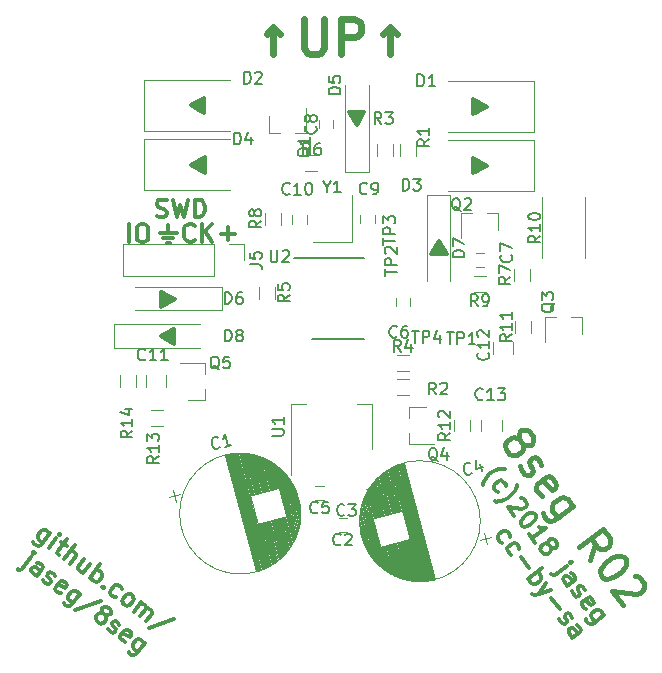
<source format=gbr>
From b93029b9faac31d8802ce797875c2d6b4c6d6a45 Mon Sep 17 00:00:00 2001
From: jaseg <git-bigdata-wsl-arch@jaseg.de>
Date: Sun, 31 Jul 2022 16:36:34 +0200
Subject: Split center design into control and led connector boards

---
 center/gerber/center-F.SilkS.gbr | 3557 --------------------------------------
 1 file changed, 3557 deletions(-)
 delete mode 100644 center/gerber/center-F.SilkS.gbr

(limited to 'center/gerber/center-F.SilkS.gbr')

diff --git a/center/gerber/center-F.SilkS.gbr b/center/gerber/center-F.SilkS.gbr
deleted file mode 100644
index 3da2621..0000000
--- a/center/gerber/center-F.SilkS.gbr
+++ /dev/null
@@ -1,3557 +0,0 @@
-G04 #@! TF.GenerationSoftware,KiCad,Pcbnew,(5.0.1)*
-G04 #@! TF.CreationDate,2019-02-02T12:52:51+09:00*
-G04 #@! TF.ProjectId,center,63656E7465722E6B696361645F706362,rev?*
-G04 #@! TF.SameCoordinates,Original*
-G04 #@! TF.FileFunction,Legend,Top*
-G04 #@! TF.FilePolarity,Positive*
-%FSLAX46Y46*%
-G04 Gerber Fmt 4.6, Leading zero omitted, Abs format (unit mm)*
-G04 Created by KiCad (PCBNEW (5.0.1)) date Sat Feb  2 12:52:51 2019*
-%MOMM*%
-%LPD*%
-G01*
-G04 APERTURE LIST*
-%ADD10C,0.300000*%
-%ADD11C,0.400000*%
-%ADD12C,0.600000*%
-%ADD13C,0.120000*%
-%ADD14C,0.150000*%
-G04 APERTURE END LIST*
-D10*
-X102164285Y-84250000D02*
-X101021428Y-84250000D01*
-X102092857Y-84321428D02*
-X101092857Y-84321428D01*
-X102092857Y-84392857D02*
-X101092857Y-84392857D01*
-X102021428Y-84464285D02*
-X101164285Y-84464285D01*
-X102021428Y-84535714D02*
-X101164285Y-84535714D01*
-X101950000Y-84607142D02*
-X101235714Y-84607142D01*
-X101950000Y-84678571D02*
-X101235714Y-84678571D01*
-X101878571Y-84750000D02*
-X101307142Y-84750000D01*
-X101807142Y-84821428D02*
-X101378571Y-84821428D01*
-X101807142Y-84892857D02*
-X101378571Y-84892857D01*
-X101735714Y-84964285D02*
-X101450000Y-84964285D01*
-X101735714Y-85035714D02*
-X101450000Y-85035714D01*
-X101592857Y-85107142D02*
-X101592857Y-85178571D01*
-X101664285Y-85107142D02*
-X101521428Y-85107142D01*
-X102164285Y-84178571D02*
-X101592857Y-85250000D01*
-X101021428Y-84178571D01*
-X101592857Y-85321428D02*
-X100950000Y-84178571D01*
-X102235714Y-84178571D01*
-X101592857Y-85321428D01*
-X86050000Y-103764285D02*
-X86050000Y-102621428D01*
-X85978571Y-103692857D02*
-X85978571Y-102692857D01*
-X85907142Y-103692857D02*
-X85907142Y-102692857D01*
-X85835714Y-103621428D02*
-X85835714Y-102764285D01*
-X85764285Y-103621428D02*
-X85764285Y-102764285D01*
-X85692857Y-103550000D02*
-X85692857Y-102835714D01*
-X85621428Y-103550000D02*
-X85621428Y-102835714D01*
-X85550000Y-103478571D02*
-X85550000Y-102907142D01*
-X85478571Y-103407142D02*
-X85478571Y-102978571D01*
-X85407142Y-103407142D02*
-X85407142Y-102978571D01*
-X85335714Y-103335714D02*
-X85335714Y-103050000D01*
-X85264285Y-103335714D02*
-X85264285Y-103050000D01*
-X85192857Y-103192857D02*
-X85121428Y-103192857D01*
-X85192857Y-103264285D02*
-X85192857Y-103121428D01*
-X86121428Y-103764285D02*
-X85050000Y-103192857D01*
-X86121428Y-102621428D01*
-X84978571Y-103192857D02*
-X86121428Y-102550000D01*
-X86121428Y-103835714D01*
-X84978571Y-103192857D01*
-X85100000Y-99485714D02*
-X85100000Y-100628571D01*
-X85171428Y-99557142D02*
-X85171428Y-100557142D01*
-X85242857Y-99557142D02*
-X85242857Y-100557142D01*
-X85314285Y-99628571D02*
-X85314285Y-100485714D01*
-X85385714Y-99628571D02*
-X85385714Y-100485714D01*
-X85457142Y-99700000D02*
-X85457142Y-100414285D01*
-X85528571Y-99700000D02*
-X85528571Y-100414285D01*
-X85600000Y-99771428D02*
-X85600000Y-100342857D01*
-X85671428Y-99842857D02*
-X85671428Y-100271428D01*
-X85742857Y-99842857D02*
-X85742857Y-100271428D01*
-X85814285Y-99914285D02*
-X85814285Y-100200000D01*
-X85885714Y-99914285D02*
-X85885714Y-100200000D01*
-X85957142Y-100057142D02*
-X86028571Y-100057142D01*
-X85957142Y-99985714D02*
-X85957142Y-100128571D01*
-X85028571Y-99485714D02*
-X86100000Y-100057142D01*
-X85028571Y-100628571D01*
-X86171428Y-100057142D02*
-X85028571Y-100700000D01*
-X85028571Y-99414285D01*
-X86171428Y-100057142D01*
-X107985714Y-96200000D02*
-X109128571Y-96200000D01*
-X108057142Y-96128571D02*
-X109057142Y-96128571D01*
-X108057142Y-96057142D02*
-X109057142Y-96057142D01*
-X108128571Y-95985714D02*
-X108985714Y-95985714D01*
-X108128571Y-95914285D02*
-X108985714Y-95914285D01*
-X108200000Y-95842857D02*
-X108914285Y-95842857D01*
-X108200000Y-95771428D02*
-X108914285Y-95771428D01*
-X108271428Y-95700000D02*
-X108842857Y-95700000D01*
-X108342857Y-95628571D02*
-X108771428Y-95628571D01*
-X108342857Y-95557142D02*
-X108771428Y-95557142D01*
-X108414285Y-95485714D02*
-X108700000Y-95485714D01*
-X108414285Y-95414285D02*
-X108700000Y-95414285D01*
-X108557142Y-95342857D02*
-X108557142Y-95271428D01*
-X108485714Y-95342857D02*
-X108628571Y-95342857D01*
-X107985714Y-96271428D02*
-X108557142Y-95200000D01*
-X109128571Y-96271428D01*
-X108557142Y-95128571D02*
-X109200000Y-96271428D01*
-X107914285Y-96271428D01*
-X108557142Y-95128571D01*
-X111550000Y-88185714D02*
-X111550000Y-89328571D01*
-X111621428Y-88257142D02*
-X111621428Y-89257142D01*
-X111692857Y-88257142D02*
-X111692857Y-89257142D01*
-X111764285Y-88328571D02*
-X111764285Y-89185714D01*
-X111835714Y-88328571D02*
-X111835714Y-89185714D01*
-X111907142Y-88400000D02*
-X111907142Y-89114285D01*
-X111978571Y-88400000D02*
-X111978571Y-89114285D01*
-X112050000Y-88471428D02*
-X112050000Y-89042857D01*
-X112121428Y-88542857D02*
-X112121428Y-88971428D01*
-X112192857Y-88542857D02*
-X112192857Y-88971428D01*
-X112264285Y-88614285D02*
-X112264285Y-88900000D01*
-X112335714Y-88614285D02*
-X112335714Y-88900000D01*
-X112407142Y-88757142D02*
-X112478571Y-88757142D01*
-X112407142Y-88685714D02*
-X112407142Y-88828571D01*
-X111478571Y-88185714D02*
-X112550000Y-88757142D01*
-X111478571Y-89328571D01*
-X112621428Y-88757142D02*
-X111478571Y-89400000D01*
-X111478571Y-88114285D01*
-X112621428Y-88757142D01*
-X111550000Y-83185714D02*
-X111550000Y-84328571D01*
-X111621428Y-83257142D02*
-X111621428Y-84257142D01*
-X111692857Y-83257142D02*
-X111692857Y-84257142D01*
-X111764285Y-83328571D02*
-X111764285Y-84185714D01*
-X111835714Y-83328571D02*
-X111835714Y-84185714D01*
-X111907142Y-83400000D02*
-X111907142Y-84114285D01*
-X111978571Y-83400000D02*
-X111978571Y-84114285D01*
-X112050000Y-83471428D02*
-X112050000Y-84042857D01*
-X112121428Y-83542857D02*
-X112121428Y-83971428D01*
-X112192857Y-83542857D02*
-X112192857Y-83971428D01*
-X112264285Y-83614285D02*
-X112264285Y-83900000D01*
-X112335714Y-83614285D02*
-X112335714Y-83900000D01*
-X112407142Y-83757142D02*
-X112478571Y-83757142D01*
-X112407142Y-83685714D02*
-X112407142Y-83828571D01*
-X111478571Y-83185714D02*
-X112550000Y-83757142D01*
-X111478571Y-84328571D01*
-X112621428Y-83757142D02*
-X111478571Y-84400000D01*
-X111478571Y-83114285D01*
-X112621428Y-83757142D01*
-X88650000Y-89264285D02*
-X88650000Y-88121428D01*
-X88578571Y-89192857D02*
-X88578571Y-88192857D01*
-X88507142Y-89192857D02*
-X88507142Y-88192857D01*
-X88435714Y-89121428D02*
-X88435714Y-88264285D01*
-X88364285Y-89121428D02*
-X88364285Y-88264285D01*
-X88292857Y-89050000D02*
-X88292857Y-88335714D01*
-X88221428Y-89050000D02*
-X88221428Y-88335714D01*
-X88150000Y-88978571D02*
-X88150000Y-88407142D01*
-X88078571Y-88907142D02*
-X88078571Y-88478571D01*
-X88007142Y-88907142D02*
-X88007142Y-88478571D01*
-X87935714Y-88835714D02*
-X87935714Y-88550000D01*
-X87864285Y-88835714D02*
-X87864285Y-88550000D01*
-X87792857Y-88692857D02*
-X87721428Y-88692857D01*
-X87792857Y-88764285D02*
-X87792857Y-88621428D01*
-X88721428Y-89264285D02*
-X87650000Y-88692857D01*
-X88721428Y-88121428D01*
-X87578571Y-88692857D02*
-X88721428Y-88050000D01*
-X88721428Y-89335714D01*
-X87578571Y-88692857D01*
-X88600000Y-84214285D02*
-X88600000Y-83071428D01*
-X88528571Y-84142857D02*
-X88528571Y-83142857D01*
-X88457142Y-84142857D02*
-X88457142Y-83142857D01*
-X88385714Y-84071428D02*
-X88385714Y-83214285D01*
-X88314285Y-84071428D02*
-X88314285Y-83214285D01*
-X88242857Y-84000000D02*
-X88242857Y-83285714D01*
-X88171428Y-84000000D02*
-X88171428Y-83285714D01*
-X88100000Y-83928571D02*
-X88100000Y-83357142D01*
-X88028571Y-83857142D02*
-X88028571Y-83428571D01*
-X87957142Y-83857142D02*
-X87957142Y-83428571D01*
-X87885714Y-83785714D02*
-X87885714Y-83500000D01*
-X87814285Y-83785714D02*
-X87814285Y-83500000D01*
-X87742857Y-83642857D02*
-X87671428Y-83642857D01*
-X87742857Y-83714285D02*
-X87742857Y-83571428D01*
-X88671428Y-84214285D02*
-X87600000Y-83642857D01*
-X88671428Y-83071428D01*
-X87528571Y-83642857D02*
-X88671428Y-83000000D01*
-X88671428Y-84285714D01*
-X87528571Y-83642857D01*
-X84664285Y-93057142D02*
-X84878571Y-93128571D01*
-X85235714Y-93128571D01*
-X85378571Y-93057142D01*
-X85450000Y-92985714D01*
-X85521428Y-92842857D01*
-X85521428Y-92700000D01*
-X85450000Y-92557142D01*
-X85378571Y-92485714D01*
-X85235714Y-92414285D01*
-X84950000Y-92342857D01*
-X84807142Y-92271428D01*
-X84735714Y-92200000D01*
-X84664285Y-92057142D01*
-X84664285Y-91914285D01*
-X84735714Y-91771428D01*
-X84807142Y-91700000D01*
-X84950000Y-91628571D01*
-X85307142Y-91628571D01*
-X85521428Y-91700000D01*
-X86021428Y-91628571D02*
-X86378571Y-93128571D01*
-X86664285Y-92057142D01*
-X86950000Y-93128571D01*
-X87307142Y-91628571D01*
-X87878571Y-93128571D02*
-X87878571Y-91628571D01*
-X88235714Y-91628571D01*
-X88450000Y-91700000D01*
-X88592857Y-91842857D01*
-X88664285Y-91985714D01*
-X88735714Y-92271428D01*
-X88735714Y-92485714D01*
-X88664285Y-92771428D01*
-X88592857Y-92914285D01*
-X88450000Y-93057142D01*
-X88235714Y-93128571D01*
-X87878571Y-93128571D01*
-X84935714Y-94421428D02*
-X86364285Y-94421428D01*
-X85221428Y-94850000D02*
-X86078571Y-94850000D01*
-X85650000Y-93778571D02*
-X85650000Y-94421428D01*
-X85792857Y-95278571D02*
-X85507142Y-95278571D01*
-X90128571Y-94507142D02*
-X91271428Y-94507142D01*
-X90700000Y-95078571D02*
-X90700000Y-93935714D01*
-X87864285Y-95035714D02*
-X87792857Y-95107142D01*
-X87578571Y-95178571D01*
-X87435714Y-95178571D01*
-X87221428Y-95107142D01*
-X87078571Y-94964285D01*
-X87007142Y-94821428D01*
-X86935714Y-94535714D01*
-X86935714Y-94321428D01*
-X87007142Y-94035714D01*
-X87078571Y-93892857D01*
-X87221428Y-93750000D01*
-X87435714Y-93678571D01*
-X87578571Y-93678571D01*
-X87792857Y-93750000D01*
-X87864285Y-93821428D01*
-X88507142Y-95178571D02*
-X88507142Y-93678571D01*
-X89364285Y-95178571D02*
-X88721428Y-94321428D01*
-X89364285Y-93678571D02*
-X88507142Y-94535714D01*
-X82314285Y-95228571D02*
-X82314285Y-93728571D01*
-X83314285Y-93728571D02*
-X83600000Y-93728571D01*
-X83742857Y-93800000D01*
-X83885714Y-93942857D01*
-X83957142Y-94228571D01*
-X83957142Y-94728571D01*
-X83885714Y-95014285D01*
-X83742857Y-95157142D01*
-X83600000Y-95228571D01*
-X83314285Y-95228571D01*
-X83171428Y-95157142D01*
-X83028571Y-95014285D01*
-X82957142Y-94728571D01*
-X82957142Y-94228571D01*
-X83028571Y-93942857D01*
-X83171428Y-93800000D01*
-X83314285Y-93728571D01*
-X75597464Y-119885638D02*
-X74866688Y-120855410D01*
-X74723669Y-120926514D01*
-X74623637Y-120940573D01*
-X74466560Y-120911645D01*
-X74295423Y-120782684D01*
-X74224319Y-120639665D01*
-X75038635Y-120627229D02*
-X74881558Y-120598300D01*
-X74653376Y-120426353D01*
-X74582272Y-120283334D01*
-X74568214Y-120183302D01*
-X74597142Y-120026225D01*
-X74855063Y-119683952D01*
-X74998082Y-119612848D01*
-X75098114Y-119598790D01*
-X75255191Y-119627718D01*
-X75483373Y-119799665D01*
-X75554477Y-119942684D01*
-X75566103Y-121114142D02*
-X76167918Y-120315506D01*
-X76468825Y-119916189D02*
-X76368793Y-119930247D01*
-X76382852Y-120030279D01*
-X76482884Y-120016221D01*
-X76468825Y-119916189D01*
-X76382852Y-120030279D01*
-X76567235Y-120616414D02*
-X77023599Y-120960308D01*
-X77039279Y-120346056D02*
-X76265517Y-121372874D01*
-X76236589Y-121529951D01*
-X76307693Y-121672970D01*
-X76421783Y-121758944D01*
-X76821101Y-122059851D02*
-X77723824Y-120861898D01*
-X77334510Y-122446732D02*
-X77807364Y-121819233D01*
-X77836293Y-121662155D01*
-X77765189Y-121519136D01*
-X77594052Y-121390176D01*
-X77436975Y-121361248D01*
-X77336943Y-121375306D01*
-X79020187Y-122464846D02*
-X78418372Y-123263481D01*
-X78506779Y-122077965D02*
-X78033924Y-122705464D01*
-X78004996Y-122862542D01*
-X78076100Y-123005561D01*
-X78247236Y-123134521D01*
-X78404314Y-123163449D01*
-X78504346Y-123149390D01*
-X78988826Y-123693349D02*
-X79891549Y-122495396D01*
-X79547654Y-122951759D02*
-X79704732Y-122980687D01*
-X79932914Y-123152634D01*
-X80004018Y-123295653D01*
-X80018076Y-123395685D01*
-X79989148Y-123552763D01*
-X79731227Y-123895035D01*
-X79588208Y-123966139D01*
-X79488176Y-123980198D01*
-X79331099Y-123951270D01*
-X79102917Y-123779323D01*
-X79031813Y-123636304D01*
-X80158662Y-124396007D02*
-X80172721Y-124496039D01*
-X80072689Y-124510098D01*
-X80058630Y-124410066D01*
-X80158662Y-124396007D01*
-X80072689Y-124510098D01*
-X81199538Y-125269802D02*
-X81042460Y-125240873D01*
-X80814279Y-125068926D01*
-X80743175Y-124925907D01*
-X80729116Y-124825875D01*
-X80758044Y-124668798D01*
-X81015965Y-124326525D01*
-X81158984Y-124255421D01*
-X81259016Y-124241363D01*
-X81416094Y-124270291D01*
-X81644275Y-124442238D01*
-X81715379Y-124585257D01*
-X81841096Y-125842688D02*
-X81769992Y-125699670D01*
-X81755933Y-125599637D01*
-X81784861Y-125442560D01*
-X82042782Y-125100287D01*
-X82185801Y-125029183D01*
-X82285833Y-125015125D01*
-X82442911Y-125044053D01*
-X82614047Y-125173013D01*
-X82685151Y-125316032D01*
-X82699210Y-125416064D01*
-X82670282Y-125573142D01*
-X82412361Y-125915414D01*
-X82269342Y-125986518D01*
-X82169310Y-126000577D01*
-X82012232Y-125971649D01*
-X81841096Y-125842688D01*
-X82753822Y-126530477D02*
-X83355637Y-125731842D01*
-X83269664Y-125845932D02*
-X83369696Y-125831874D01*
-X83526773Y-125860802D01*
-X83697910Y-125989762D01*
-X83769014Y-126132781D01*
-X83740085Y-126289859D01*
-X83267231Y-126917358D01*
-X83740085Y-126289859D02*
-X83883104Y-126218755D01*
-X84040182Y-126247683D01*
-X84211318Y-126376643D01*
-X84282422Y-126519662D01*
-X84253494Y-126676740D01*
-X83780639Y-127304239D01*
-X86152483Y-127123910D02*
-X83965023Y-127890374D01*
-X74005790Y-121879173D02*
-X73232028Y-122905990D01*
-X73089009Y-122977094D01*
-X72931932Y-122948166D01*
-X72874886Y-122905179D01*
-X74306698Y-121479855D02*
-X74206666Y-121493914D01*
-X74220724Y-121593946D01*
-X74320756Y-121579887D01*
-X74306698Y-121479855D01*
-X74220724Y-121593946D01*
-X74487838Y-123494557D02*
-X74960692Y-122867058D01*
-X74989621Y-122709980D01*
-X74918517Y-122566961D01*
-X74690335Y-122395014D01*
-X74533257Y-122366086D01*
-X74530825Y-123437512D02*
-X74373747Y-123408584D01*
-X74088520Y-123193650D01*
-X74017416Y-123050631D01*
-X74046344Y-122893553D01*
-X74132318Y-122779462D01*
-X74275337Y-122708358D01*
-X74432414Y-122737287D01*
-X74717641Y-122952220D01*
-X74874719Y-122981149D01*
-X75044233Y-123824393D02*
-X75115337Y-123967412D01*
-X75343519Y-124139359D01*
-X75500596Y-124168287D01*
-X75643615Y-124097183D01*
-X75686602Y-124040138D01*
-X75715530Y-123883060D01*
-X75644426Y-123740041D01*
-X75473290Y-123611081D01*
-X75402186Y-123468062D01*
-X75431114Y-123310984D01*
-X75474101Y-123253939D01*
-X75617120Y-123182835D01*
-X75774197Y-123211763D01*
-X75945334Y-123340723D01*
-X76016438Y-123483742D01*
-X76527413Y-124942049D02*
-X76370336Y-124913121D01*
-X76142154Y-124741174D01*
-X76071050Y-124598155D01*
-X76099978Y-124441077D01*
-X76443873Y-123984714D01*
-X76586892Y-123913610D01*
-X76743969Y-123942538D01*
-X76972151Y-124114486D01*
-X77043255Y-124257505D01*
-X77014327Y-124414582D01*
-X76928353Y-124528673D01*
-X76271925Y-124212896D01*
-X78170104Y-125017208D02*
-X77439329Y-125986980D01*
-X77296310Y-126058084D01*
-X77196277Y-126072142D01*
-X77039200Y-126043214D01*
-X76868064Y-125914254D01*
-X76796960Y-125771235D01*
-X77611276Y-125758798D02*
-X77454198Y-125729870D01*
-X77226017Y-125557923D01*
-X77154913Y-125414904D01*
-X77140854Y-125314872D01*
-X77169782Y-125157794D01*
-X77427703Y-124815522D01*
-X77570722Y-124744418D01*
-X77670754Y-124730359D01*
-X77827832Y-124759287D01*
-X78056013Y-124931235D01*
-X78127117Y-125074254D01*
-X79940133Y-125635515D02*
-X77752673Y-126401978D01*
-X80080719Y-126635837D02*
-X80009615Y-126492818D01*
-X79995557Y-126392785D01*
-X80024485Y-126235708D01*
-X80067472Y-126178662D01*
-X80210491Y-126107558D01*
-X80310523Y-126093500D01*
-X80467600Y-126122428D01*
-X80695782Y-126294375D01*
-X80766886Y-126437394D01*
-X80780944Y-126537426D01*
-X80752016Y-126694504D01*
-X80709030Y-126751549D01*
-X80566011Y-126822653D01*
-X80465978Y-126836712D01*
-X80308901Y-126807784D01*
-X80080719Y-126635837D01*
-X79923642Y-126606908D01*
-X79823609Y-126620967D01*
-X79680590Y-126692071D01*
-X79508643Y-126920253D01*
-X79479715Y-127077330D01*
-X79493774Y-127177362D01*
-X79564878Y-127320381D01*
-X79793059Y-127492328D01*
-X79950137Y-127521257D01*
-X80050169Y-127507198D01*
-X80193188Y-127436094D01*
-X80365135Y-127207912D01*
-X80394063Y-127050835D01*
-X80380005Y-126950803D01*
-X80308901Y-126807784D01*
-X80520591Y-127951124D02*
-X80591695Y-128094143D01*
-X80819876Y-128266091D01*
-X80976954Y-128295019D01*
-X81119973Y-128223915D01*
-X81162960Y-128166869D01*
-X81191888Y-128009792D01*
-X81120784Y-127866773D01*
-X80949648Y-127737812D01*
-X80878544Y-127594793D01*
-X80907472Y-127437716D01*
-X80950459Y-127380671D01*
-X81093478Y-127309567D01*
-X81250555Y-127338495D01*
-X81421691Y-127467455D01*
-X81492795Y-127610474D01*
-X82003771Y-129068781D02*
-X81846694Y-129039853D01*
-X81618512Y-128867906D01*
-X81547408Y-128724887D01*
-X81576336Y-128567809D01*
-X81920230Y-128111446D01*
-X82063249Y-128040342D01*
-X82220327Y-128069270D01*
-X82448509Y-128241217D01*
-X82519613Y-128384236D01*
-X82490684Y-128541314D01*
-X82404711Y-128655405D01*
-X81748283Y-128339627D01*
-X83646462Y-129143940D02*
-X82915686Y-130113711D01*
-X82772667Y-130184815D01*
-X82672635Y-130198874D01*
-X82515558Y-130169946D01*
-X82344422Y-130040986D01*
-X82273318Y-129897967D01*
-X83087634Y-129885530D02*
-X82930556Y-129856602D01*
-X82702374Y-129684655D01*
-X82631270Y-129541636D01*
-X82617212Y-129441603D01*
-X82646140Y-129284526D01*
-X82904061Y-128942253D01*
-X83047080Y-128871149D01*
-X83147112Y-128857091D01*
-X83304189Y-128886019D01*
-X83532371Y-129057966D01*
-X83603475Y-129200985D01*
-X113899479Y-120678914D02*
-X113756460Y-120607810D01*
-X113584513Y-120379628D01*
-X113555585Y-120222551D01*
-X113569643Y-120122519D01*
-X113640747Y-119979500D01*
-X113983020Y-119721579D01*
-X114140097Y-119692651D01*
-X114240130Y-119706709D01*
-X114383148Y-119777813D01*
-X114555096Y-120005995D01*
-X114584024Y-120163072D01*
-X114673241Y-121705731D02*
-X114530222Y-121634627D01*
-X114358275Y-121406445D01*
-X114329347Y-121249368D01*
-X114343406Y-121149336D01*
-X114414510Y-121006317D01*
-X114756782Y-120748396D01*
-X114913859Y-120719468D01*
-X115013892Y-120733526D01*
-X115156911Y-120804630D01*
-X115328858Y-121032812D01*
-X115357786Y-121189890D01*
-X115459440Y-121918232D02*
-X116147229Y-122830958D01*
-X116120733Y-123745307D02*
-X117318687Y-122842584D01*
-X116862324Y-123186478D02*
-X117005343Y-123257582D01*
-X117177290Y-123485764D01*
-X117206218Y-123642841D01*
-X117192159Y-123742874D01*
-X117121055Y-123885893D01*
-X116778783Y-124143813D01*
-X116621705Y-124172742D01*
-X116521673Y-124158683D01*
-X116378654Y-124087579D01*
-X116206707Y-123859397D01*
-X116177779Y-123702320D01*
-X117650144Y-124113263D02*
-X117066443Y-125000305D01*
-X118080012Y-124683717D02*
-X117066443Y-125000305D01*
-X116695242Y-125101148D01*
-X116595210Y-125087090D01*
-X116452191Y-125015986D01*
-X118081634Y-125398001D02*
-X118769423Y-126310727D01*
-X118756986Y-127125043D02*
-X118785914Y-127282121D01*
-X118957861Y-127510303D01*
-X119100880Y-127581407D01*
-X119257958Y-127552478D01*
-X119315003Y-127509492D01*
-X119386107Y-127366473D01*
-X119357179Y-127209395D01*
-X119228219Y-127038259D01*
-X119199291Y-126881181D01*
-X119270395Y-126738162D01*
-X119327440Y-126695176D01*
-X119484518Y-126666247D01*
-X119627537Y-126737351D01*
-X119756497Y-126908488D01*
-X119785425Y-127065565D01*
-X119860584Y-128708256D02*
-X120488083Y-128235401D01*
-X120559187Y-128092382D01*
-X120530259Y-127935305D01*
-X120358312Y-127707123D01*
-X120215293Y-127636019D01*
-X119917629Y-128665269D02*
-X119774610Y-128594165D01*
-X119559676Y-128308938D01*
-X119530748Y-128151860D01*
-X119601852Y-128008842D01*
-X119715943Y-127922868D01*
-X119873021Y-127893940D01*
-X120016040Y-127965044D01*
-X120230973Y-128250271D01*
-X120373992Y-128321375D01*
-X112288546Y-115812161D02*
-X112302605Y-115712129D01*
-X112387767Y-115469078D01*
-X112458871Y-115326059D01*
-X112587021Y-115140053D01*
-X112829261Y-114868073D01*
-X113057443Y-114696126D01*
-X113385656Y-114538238D01*
-X113599779Y-114466323D01*
-X113756857Y-114437395D01*
-X114013967Y-114422525D01*
-X114113999Y-114436584D01*
-X113532730Y-116395051D02*
-X113389711Y-116323947D01*
-X113217764Y-116095766D01*
-X113188836Y-115938688D01*
-X113202894Y-115838656D01*
-X113273998Y-115695637D01*
-X113616271Y-115437716D01*
-X113773348Y-115408788D01*
-X113873381Y-115422847D01*
-X114016400Y-115493951D01*
-X114188347Y-115722132D01*
-X114217275Y-115879210D01*
-X113320229Y-117181250D02*
-X113420261Y-117195309D01*
-X113677371Y-117180439D01*
-X113834449Y-117151511D01*
-X114048572Y-117079596D01*
-X114376785Y-116921708D01*
-X114604967Y-116749760D01*
-X114847207Y-116477781D01*
-X114975356Y-116291775D01*
-X115046460Y-116148756D01*
-X115131623Y-115905705D01*
-X115145682Y-115805673D01*
-X115505257Y-116876288D02*
-X115605289Y-116890347D01*
-X115748308Y-116961451D01*
-X115963242Y-117246677D01*
-X115992170Y-117403755D01*
-X115978111Y-117503787D01*
-X115907007Y-117646806D01*
-X115792916Y-117732780D01*
-X115578793Y-117804695D01*
-X114378407Y-117635991D01*
-X114937235Y-118377582D01*
-X116694017Y-118216449D02*
-X116779991Y-118330540D01*
-X116808919Y-118487618D01*
-X116794860Y-118587650D01*
-X116723756Y-118730669D01*
-X116538561Y-118959661D01*
-X116253334Y-119174595D01*
-X115982166Y-119289497D01*
-X115825088Y-119318425D01*
-X115725056Y-119304367D01*
-X115582037Y-119233263D01*
-X115496064Y-119119172D01*
-X115467136Y-118962094D01*
-X115481194Y-118862062D01*
-X115552298Y-118719043D01*
-X115737493Y-118490050D01*
-X116022720Y-118275117D01*
-X116293888Y-118160215D01*
-X116450966Y-118131287D01*
-X116550998Y-118145345D01*
-X116694017Y-118216449D01*
-X116656707Y-120659397D02*
-X116140866Y-119974853D01*
-X116398786Y-120317125D02*
-X117596740Y-119414402D01*
-X117339630Y-119429272D01*
-X117139565Y-119401155D01*
-X116996546Y-119330051D01*
-X117857093Y-120828101D02*
-X117828165Y-120671023D01*
-X117842224Y-120570991D01*
-X117913328Y-120427972D01*
-X117970373Y-120384985D01*
-X118127451Y-120356057D01*
-X118227483Y-120370116D01*
-X118370502Y-120441220D01*
-X118542449Y-120669401D01*
-X118571377Y-120826479D01*
-X118557318Y-120926511D01*
-X118486214Y-121069530D01*
-X118429169Y-121112517D01*
-X118272091Y-121141445D01*
-X118172059Y-121127386D01*
-X118029040Y-121056282D01*
-X117857093Y-120828101D01*
-X117714074Y-120756997D01*
-X117614042Y-120742938D01*
-X117456964Y-120771866D01*
-X117228783Y-120943813D01*
-X117157679Y-121086832D01*
-X117143620Y-121186864D01*
-X117172548Y-121343942D01*
-X117344496Y-121572124D01*
-X117487515Y-121643228D01*
-X117587547Y-121657286D01*
-X117744624Y-121628358D01*
-X117972806Y-121456411D01*
-X118043910Y-121313392D01*
-X118057968Y-121213360D01*
-X118029040Y-121056282D01*
-X119389748Y-122624625D02*
-X118362931Y-123398387D01*
-X118205853Y-123427315D01*
-X118062834Y-123356211D01*
-X118019848Y-123299166D01*
-X119789066Y-122323718D02*
-X119689034Y-122309659D01*
-X119674975Y-122409691D01*
-X119775007Y-122423750D01*
-X119789066Y-122323718D01*
-X119674975Y-122409691D01*
-X119407861Y-124310303D02*
-X120035361Y-123837448D01*
-X120106465Y-123694429D01*
-X120077537Y-123537351D01*
-X119905589Y-123309170D01*
-X119762570Y-123238066D01*
-X119464907Y-124267316D02*
-X119321888Y-124196212D01*
-X119106954Y-123910985D01*
-X119078026Y-123753907D01*
-X119149130Y-123610888D01*
-X119263220Y-123524915D01*
-X119420298Y-123495986D01*
-X119563317Y-123567090D01*
-X119778251Y-123852317D01*
-X119921270Y-123923421D01*
-X119851788Y-124780724D02*
-X119880716Y-124937802D01*
-X120052663Y-125165983D01*
-X120195682Y-125237087D01*
-X120352760Y-125208159D01*
-X120409805Y-125165172D01*
-X120480909Y-125022154D01*
-X120451981Y-124865076D01*
-X120323021Y-124693940D01*
-X120294092Y-124536862D01*
-X120365196Y-124393843D01*
-X120422242Y-124350856D01*
-X120579319Y-124321928D01*
-X120722338Y-124393032D01*
-X120851299Y-124564168D01*
-X120880227Y-124721246D01*
-X120969444Y-126263905D02*
-X120826425Y-126192801D01*
-X120654478Y-125964619D01*
-X120625550Y-125807541D01*
-X120696654Y-125664522D01*
-X121153017Y-125320628D01*
-X121310095Y-125291700D01*
-X121453114Y-125362804D01*
-X121625061Y-125590986D01*
-X121653989Y-125748063D01*
-X121582885Y-125891082D01*
-X121468794Y-125977056D01*
-X120924836Y-125492575D01*
-X122527783Y-126788939D02*
-X121558012Y-127519714D01*
-X121400934Y-127548642D01*
-X121300902Y-127534584D01*
-X121157883Y-127463480D01*
-X121028923Y-127292344D01*
-X120999994Y-127135266D01*
-X121786193Y-127347767D02*
-X121643174Y-127276663D01*
-X121471227Y-127048481D01*
-X121442299Y-126891404D01*
-X121456358Y-126791372D01*
-X121527462Y-126648353D01*
-X121869734Y-126390432D01*
-X122026812Y-126361504D01*
-X122126844Y-126375562D01*
-X122269863Y-126446666D01*
-X122441810Y-126674848D01*
-X122470738Y-126831926D01*
-D11*
-X115351675Y-111903281D02*
-X115303461Y-111641485D01*
-X115326892Y-111474765D01*
-X115445399Y-111236400D01*
-X115540475Y-111164755D01*
-X115802271Y-111116542D01*
-X115968991Y-111139973D01*
-X116207356Y-111258479D01*
-X116493935Y-111638782D01*
-X116542148Y-111900578D01*
-X116518717Y-112067298D01*
-X116400211Y-112305663D01*
-X116305135Y-112377308D01*
-X116043339Y-112425521D01*
-X115876619Y-112402090D01*
-X115638254Y-112283584D01*
-X115351675Y-111903281D01*
-X115113310Y-111784774D01*
-X114946590Y-111761343D01*
-X114684794Y-111809557D01*
-X114304491Y-112096136D01*
-X114185985Y-112334501D01*
-X114162554Y-112501221D01*
-X114210767Y-112763017D01*
-X114497346Y-113143319D01*
-X114735711Y-113261826D01*
-X114902431Y-113285257D01*
-X115164227Y-113237044D01*
-X115544530Y-112950465D01*
-X115663036Y-112712100D01*
-X115686467Y-112545380D01*
-X115638254Y-112283584D01*
-X115452157Y-114212583D02*
-X115500371Y-114474379D01*
-X115786949Y-114854681D01*
-X116025314Y-114973188D01*
-X116287110Y-114924974D01*
-X116382186Y-114853330D01*
-X116500693Y-114614965D01*
-X116452479Y-114353169D01*
-X116237545Y-114067942D01*
-X116189331Y-113806146D01*
-X116307838Y-113567781D01*
-X116402914Y-113496136D01*
-X116664710Y-113447923D01*
-X116903075Y-113566429D01*
-X117118009Y-113851656D01*
-X117166222Y-114113452D01*
-X117314918Y-116684550D02*
-X117076553Y-116566043D01*
-X116789974Y-116185740D01*
-X116741761Y-115923945D01*
-X116860267Y-115685580D01*
-X117620873Y-115112422D01*
-X117882669Y-115064209D01*
-X118121034Y-115182715D01*
-X118407612Y-115563018D01*
-X118455826Y-115824814D01*
-X118337319Y-116063179D01*
-X118147168Y-116206468D01*
-X117240570Y-115399001D01*
-X119912150Y-117559607D02*
-X118295864Y-118777566D01*
-X118034068Y-118825779D01*
-X117867347Y-118802348D01*
-X117628982Y-118683842D01*
-X117414048Y-118398615D01*
-X117365835Y-118136819D01*
-X118676166Y-118490987D02*
-X118437801Y-118372481D01*
-X118151223Y-117992178D01*
-X118103009Y-117730382D01*
-X118126440Y-117563662D01*
-X118244947Y-117325297D01*
-X118815401Y-116895429D01*
-X119077197Y-116847215D01*
-X119243917Y-116870646D01*
-X119482282Y-116989153D01*
-X119768860Y-117369456D01*
-X119817074Y-117631251D01*
-X121303587Y-122175507D02*
-X121752831Y-120793531D01*
-X120443851Y-121034599D02*
-X122440440Y-119530061D01*
-X123013597Y-120290667D01*
-X123061811Y-120552463D01*
-X123038380Y-120719183D01*
-X122919873Y-120957548D01*
-X122634646Y-121172482D01*
-X122372850Y-121220695D01*
-X122206130Y-121197264D01*
-X121967765Y-121078758D01*
-X121394608Y-120318152D01*
-X124231556Y-121906953D02*
-X124374846Y-122097104D01*
-X124423059Y-122358900D01*
-X124399628Y-122525620D01*
-X124281122Y-122763985D01*
-X123972464Y-123145640D01*
-X123497085Y-123503863D01*
-X123045138Y-123695366D01*
-X122783342Y-123743579D01*
-X122616622Y-123720148D01*
-X122378257Y-123601642D01*
-X122234967Y-123411490D01*
-X122186754Y-123149694D01*
-X122210185Y-122982974D01*
-X122328692Y-122744609D01*
-X122637350Y-122362955D01*
-X123112728Y-122004732D01*
-X123564675Y-121813229D01*
-X123826471Y-121765015D01*
-X123993191Y-121788446D01*
-X124231556Y-121906953D01*
-X125116075Y-123476377D02*
-X125282795Y-123499808D01*
-X125521160Y-123618315D01*
-X125879383Y-124093693D01*
-X125927597Y-124355489D01*
-X125904166Y-124522209D01*
-X125785659Y-124760574D01*
-X125595508Y-124903863D01*
-X125238636Y-125023722D01*
-X123237993Y-124742550D01*
-X124169373Y-125978533D01*
-D12*
-X94541428Y-79327142D02*
-X94541428Y-77041428D01*
-X93970000Y-77612857D02*
-X94541428Y-77041428D01*
-X95112857Y-77612857D01*
-X97112857Y-76327142D02*
-X97112857Y-78755714D01*
-X97255714Y-79041428D01*
-X97398571Y-79184285D01*
-X97684285Y-79327142D01*
-X98255714Y-79327142D01*
-X98541428Y-79184285D01*
-X98684285Y-79041428D01*
-X98827142Y-78755714D01*
-X98827142Y-76327142D01*
-X100255714Y-79327142D02*
-X100255714Y-76327142D01*
-X101398571Y-76327142D01*
-X101684285Y-76470000D01*
-X101827142Y-76612857D01*
-X101970000Y-76898571D01*
-X101970000Y-77327142D01*
-X101827142Y-77612857D01*
-X101684285Y-77755714D01*
-X101398571Y-77898571D01*
-X100255714Y-77898571D01*
-X104398571Y-79327142D02*
-X104398571Y-77041428D01*
-X103827142Y-77612857D02*
-X104398571Y-77041428D01*
-X104970000Y-77612857D01*
-D13*
-G04 #@! TO.C,Q3*
-X120680000Y-101540000D02*
-X119750000Y-101540000D01*
-X117520000Y-101540000D02*
-X118450000Y-101540000D01*
-X117520000Y-101540000D02*
-X117520000Y-103700000D01*
-X120680000Y-101540000D02*
-X120680000Y-103000000D01*
-G04 #@! TO.C,C2*
-X100750000Y-119800000D02*
-X100050000Y-119800000D01*
-X100050000Y-118600000D02*
-X100750000Y-118600000D01*
-G04 #@! TO.C,C3*
-X102400000Y-116150000D02*
-X103100000Y-116150000D01*
-X103100000Y-117350000D02*
-X102400000Y-117350000D01*
-G04 #@! TO.C,C5*
-X98100000Y-115900000D02*
-X98800000Y-115900000D01*
-X98800000Y-117100000D02*
-X98100000Y-117100000D01*
-G04 #@! TO.C,C6*
-X104900000Y-100650000D02*
-X104900000Y-99950000D01*
-X106100000Y-99950000D02*
-X106100000Y-100650000D01*
-G04 #@! TO.C,C7*
-X111650000Y-96150000D02*
-X112350000Y-96150000D01*
-X112350000Y-97350000D02*
-X111650000Y-97350000D01*
-G04 #@! TO.C,C8*
-X98400000Y-85600000D02*
-X98400000Y-84900000D01*
-X99600000Y-84900000D02*
-X99600000Y-85600000D01*
-G04 #@! TO.C,C9*
-X103100000Y-92900000D02*
-X103100000Y-93600000D01*
-X101900000Y-93600000D02*
-X101900000Y-92900000D01*
-G04 #@! TO.C,C10*
-X96150000Y-93650000D02*
-X96150000Y-92950000D01*
-X97350000Y-92950000D02*
-X97350000Y-93650000D01*
-G04 #@! TO.C,C11*
-X83750000Y-106500000D02*
-X83750000Y-107500000D01*
-X85450000Y-107500000D02*
-X85450000Y-106500000D01*
-G04 #@! TO.C,C12*
-X114850000Y-104700000D02*
-X114850000Y-103700000D01*
-X113150000Y-103700000D02*
-X113150000Y-104700000D01*
-G04 #@! TO.C,C13*
-X113850000Y-111250000D02*
-X113850000Y-110250000D01*
-X112150000Y-110250000D02*
-X112150000Y-111250000D01*
-G04 #@! TO.C,D1*
-X116600000Y-85900000D02*
-X116600000Y-81600000D01*
-X116600000Y-81600000D02*
-X109300000Y-81600000D01*
-X116600000Y-85900000D02*
-X109300000Y-85900000D01*
-G04 #@! TO.C,D2*
-X83578544Y-81512480D02*
-X83578544Y-85812480D01*
-X83578544Y-85812480D02*
-X90878544Y-85812480D01*
-X83578544Y-81512480D02*
-X90878544Y-81512480D01*
-G04 #@! TO.C,D3*
-X116600000Y-90900000D02*
-X109300000Y-90900000D01*
-X116600000Y-86600000D02*
-X109300000Y-86600000D01*
-X116600000Y-90900000D02*
-X116600000Y-86600000D01*
-G04 #@! TO.C,D4*
-X83578544Y-86512480D02*
-X90878544Y-86512480D01*
-X83578544Y-90812480D02*
-X90878544Y-90812480D01*
-X83578544Y-86512480D02*
-X83578544Y-90812480D01*
-G04 #@! TO.C,J5*
-X81800000Y-95420000D02*
-X81800000Y-98080000D01*
-X89479999Y-95420000D02*
-X81800000Y-95420000D01*
-X89479999Y-98080000D02*
-X81800000Y-98080000D01*
-X89479999Y-95420000D02*
-X89479999Y-98080000D01*
-X90750000Y-95420000D02*
-X92080000Y-95420000D01*
-X92080000Y-95420000D02*
-X92080000Y-96750000D01*
-G04 #@! TO.C,R1*
-X106630000Y-86900000D02*
-X106630000Y-87900000D01*
-X105270000Y-87900000D02*
-X105270000Y-86900000D01*
-G04 #@! TO.C,R2*
-X105000000Y-106820000D02*
-X106000000Y-106820000D01*
-X106000000Y-108180000D02*
-X105000000Y-108180000D01*
-G04 #@! TO.C,R3*
-X104630000Y-86900000D02*
-X104630000Y-87900000D01*
-X103270000Y-87900000D02*
-X103270000Y-86900000D01*
-G04 #@! TO.C,R4*
-X105000000Y-104820000D02*
-X106000000Y-104820000D01*
-X106000000Y-106180000D02*
-X105000000Y-106180000D01*
-G04 #@! TO.C,R5*
-X93320000Y-100000000D02*
-X93320000Y-99000000D01*
-X94680000Y-99000000D02*
-X94680000Y-100000000D01*
-G04 #@! TO.C,R6*
-X98250000Y-89180000D02*
-X97250000Y-89180000D01*
-X97250000Y-87820000D02*
-X98250000Y-87820000D01*
-G04 #@! TO.C,R7*
-X114920000Y-98500000D02*
-X114920000Y-97500000D01*
-X116280000Y-97500000D02*
-X116280000Y-98500000D01*
-G04 #@! TO.C,R8*
-X93820000Y-93750000D02*
-X93820000Y-92750000D01*
-X95180000Y-92750000D02*
-X95180000Y-93750000D01*
-G04 #@! TO.C,R9*
-X111500000Y-98070000D02*
-X112500000Y-98070000D01*
-X112500000Y-99430000D02*
-X111500000Y-99430000D01*
-G04 #@! TO.C,R11*
-X115020000Y-102900000D02*
-X115020000Y-101900000D01*
-X116380000Y-101900000D02*
-X116380000Y-102900000D01*
-G04 #@! TO.C,R12*
-X109820000Y-111250000D02*
-X109820000Y-110250000D01*
-X111180000Y-110250000D02*
-X111180000Y-111250000D01*
-G04 #@! TO.C,R13*
-X85200000Y-110780000D02*
-X84200000Y-110780000D01*
-X84200000Y-109420000D02*
-X85200000Y-109420000D01*
-G04 #@! TO.C,R14*
-X81520000Y-107500000D02*
-X81520000Y-106500000D01*
-X82880000Y-106500000D02*
-X82880000Y-107500000D01*
-G04 #@! TO.C,Y1*
-X97850000Y-95250000D02*
-X101150000Y-95250000D01*
-X101150000Y-95250000D02*
-X101150000Y-91250000D01*
-G04 #@! TO.C,Q1*
-X94170000Y-86010000D02*
-X95100000Y-86010000D01*
-X97330000Y-86010000D02*
-X96400000Y-86010000D01*
-X97330000Y-86010000D02*
-X97330000Y-83850000D01*
-X94170000Y-86010000D02*
-X94170000Y-84550000D01*
-G04 #@! TO.C,Q2*
-X113580000Y-92740000D02*
-X113580000Y-94200000D01*
-X110420000Y-92740000D02*
-X110420000Y-94900000D01*
-X110420000Y-92740000D02*
-X111350000Y-92740000D01*
-X113580000Y-92740000D02*
-X112650000Y-92740000D01*
-G04 #@! TO.C,Q4*
-X105990000Y-109170000D02*
-X107450000Y-109170000D01*
-X105990000Y-112330000D02*
-X108150000Y-112330000D01*
-X105990000Y-112330000D02*
-X105990000Y-111400000D01*
-X105990000Y-109170000D02*
-X105990000Y-110100000D01*
-G04 #@! TO.C,Q5*
-X88760000Y-108580000D02*
-X88760000Y-107650000D01*
-X88760000Y-105420000D02*
-X88760000Y-106350000D01*
-X88760000Y-105420000D02*
-X86600000Y-105420000D01*
-X88760000Y-108580000D02*
-X87300000Y-108580000D01*
-G04 #@! TO.C,U1*
-X102860000Y-108940000D02*
-X101600000Y-108940000D01*
-X96040000Y-108940000D02*
-X97300000Y-108940000D01*
-X102860000Y-112700000D02*
-X102860000Y-108940000D01*
-X96040000Y-114950000D02*
-X96040000Y-108940000D01*
-D14*
-G04 #@! TO.C,U2*
-X97775000Y-103450000D02*
-X102225000Y-103450000D01*
-X96250000Y-96550000D02*
-X102225000Y-96550000D01*
-D13*
-G04 #@! TO.C,D5*
-X100600000Y-81950000D02*
-X100600000Y-89250000D01*
-X100600000Y-89250000D02*
-X102600000Y-89250000D01*
-X102600000Y-89250000D02*
-X102600000Y-81950000D01*
-G04 #@! TO.C,D6*
-X90150000Y-99000000D02*
-X82850000Y-99000000D01*
-X90150000Y-101000000D02*
-X90150000Y-99000000D01*
-X82850000Y-101000000D02*
-X90150000Y-101000000D01*
-G04 #@! TO.C,D7*
-X109500000Y-98500000D02*
-X109500000Y-91200000D01*
-X109500000Y-91200000D02*
-X107500000Y-91200000D01*
-X107500000Y-91200000D02*
-X107500000Y-98500000D01*
-G04 #@! TO.C,D8*
-X81050000Y-104200000D02*
-X88350000Y-104200000D01*
-X81050000Y-102200000D02*
-X81050000Y-104200000D01*
-X88350000Y-102200000D02*
-X81050000Y-102200000D01*
-G04 #@! TO.C,R10*
-X117280000Y-96600000D02*
-X117280000Y-91400000D01*
-X120920000Y-91400000D02*
-X120920000Y-96600000D01*
-G04 #@! TO.C,C1*
-X96834815Y-118202952D02*
-G75*
-G03X96834815Y-118202952I-5119999J0D01*
-G01*
-X90400014Y-113296049D02*
-X93029615Y-123109856D01*
-X90438651Y-113285696D02*
-X93068252Y-123099503D01*
-X90477288Y-113275344D02*
-X93106889Y-123089150D01*
-X90516184Y-113265957D02*
-X93145268Y-123077831D01*
-X90555080Y-113256570D02*
-X93183646Y-123066513D01*
-X90593975Y-113247183D02*
-X93222024Y-123055194D01*
-X90633130Y-113238762D02*
-X93260143Y-123042909D01*
-X90672285Y-113230341D02*
-X93298263Y-123030625D01*
-X90711698Y-113222886D02*
-X93336123Y-123017374D01*
-X90750853Y-113214465D02*
-X93374243Y-123005090D01*
-X90790266Y-113207010D02*
-X93412104Y-122991840D01*
-X90829680Y-113199555D02*
-X93449964Y-122978589D01*
-X90869352Y-113193066D02*
-X93487566Y-122964372D01*
-X90909024Y-113186578D02*
-X93525168Y-122950155D01*
-X90948697Y-113180088D02*
-X93562769Y-122935939D01*
-X90988628Y-113174565D02*
-X93600112Y-122920757D01*
-X91028559Y-113169042D02*
-X93637455Y-122905574D01*
-X91068490Y-113163519D02*
-X93674798Y-122890392D01*
-X91109387Y-113157737D02*
-X93713107Y-122874951D01*
-X91149577Y-113153180D02*
-X93750191Y-122858802D01*
-X91189767Y-113148623D02*
-X93787275Y-122842654D01*
-X91230216Y-113145031D02*
-X93824100Y-122825540D01*
-X91270665Y-113141440D02*
-X93860926Y-122808426D01*
-X91311113Y-113137849D02*
-X93897750Y-122791312D01*
-X91351562Y-113134257D02*
-X93934576Y-122774197D01*
-X91392270Y-113131632D02*
-X93971143Y-122756117D01*
-X91432977Y-113129007D02*
-X94007709Y-122738037D01*
-X91473944Y-113127347D02*
-X94044017Y-122718991D01*
-X91514910Y-113125688D02*
-X94080325Y-122699945D01*
-X91555877Y-113124028D02*
-X94116632Y-122680899D01*
-X91596843Y-113122369D02*
-X94152940Y-122661852D01*
-X91638068Y-113121675D02*
-X94188989Y-122641841D01*
-X91679293Y-113120982D02*
-X92630971Y-116672691D01*
-X93273360Y-119070119D02*
-X94225038Y-122621828D01*
-X91720778Y-113121254D02*
-X92669608Y-116662338D01*
-X93311997Y-119059767D02*
-X94260829Y-122600850D01*
-X91762003Y-113120562D02*
-X92708245Y-116651986D01*
-X93350634Y-119049414D02*
-X94296876Y-122580838D01*
-X91803745Y-113121798D02*
-X92746882Y-116641633D01*
-X93389271Y-119039061D02*
-X94332408Y-122558895D01*
-X91845230Y-113122072D02*
-X92785519Y-116631280D01*
-X93427908Y-119028708D02*
-X94368198Y-122537917D01*
-X91886973Y-113123310D02*
-X92824156Y-116620927D01*
-X93466545Y-119018355D02*
-X94403729Y-122515973D01*
-X91928715Y-113124548D02*
-X92862793Y-116610575D01*
-X93505182Y-119008003D02*
-X94439260Y-122494029D01*
-X91970718Y-113126752D02*
-X92901430Y-116600222D01*
-X93543819Y-118997650D02*
-X94474533Y-122471119D01*
-X92012719Y-113128957D02*
-X92940067Y-116589869D01*
-X93582456Y-118987297D02*
-X94509805Y-122448209D01*
-X92054721Y-113131162D02*
-X92978704Y-116579516D01*
-X93621093Y-118976944D02*
-X94545077Y-122425299D01*
-X92096981Y-113134331D02*
-X93017341Y-116569164D01*
-X93659729Y-118966592D02*
-X94580091Y-122401424D01*
-X92139241Y-113137502D02*
-X93055978Y-116558811D01*
-X93698367Y-118956239D02*
-X94615103Y-122377548D01*
-X92181761Y-113141638D02*
-X93094616Y-116548458D01*
-X93737004Y-118945886D02*
-X94649859Y-122352706D01*
-X92224021Y-113144808D02*
-X93133253Y-116538105D01*
-X93775642Y-118935533D02*
-X94684873Y-122328831D01*
-X92266799Y-113149910D02*
-X93171890Y-116527754D01*
-X93814278Y-118925180D02*
-X94719369Y-122303023D01*
-X92309319Y-113154047D02*
-X93210526Y-116517400D01*
-X93852915Y-118914828D02*
-X94754123Y-122278181D01*
-X92352097Y-113159148D02*
-X93249164Y-116507047D01*
-X93891553Y-118904475D02*
-X94788619Y-122252374D01*
-X92395134Y-113165216D02*
-X93287801Y-116496694D01*
-X93930190Y-118894122D02*
-X94822856Y-122225600D01*
-X92437912Y-113170318D02*
-X93326439Y-116486341D01*
-X93968826Y-118883768D02*
-X94857352Y-122199793D01*
-X92480949Y-113176386D02*
-X93365075Y-116475989D01*
-X94007464Y-118873417D02*
-X94891589Y-122173019D01*
-X92524245Y-113183420D02*
-X93403712Y-116465636D01*
-X94046101Y-118863064D02*
-X94925568Y-122145280D01*
-X92567540Y-113190454D02*
-X93442349Y-116455283D01*
-X94084738Y-118852711D02*
-X94959546Y-122117540D01*
-X92610836Y-113197488D02*
-X93480986Y-116444930D01*
-X94123375Y-118842358D02*
-X94993524Y-122089801D01*
-X92654391Y-113205488D02*
-X93519623Y-116434578D01*
-X94162012Y-118832006D02*
-X95027244Y-122061096D01*
-X92698204Y-113214453D02*
-X93558260Y-116424225D01*
-X94200649Y-118821653D02*
-X95060704Y-122031424D01*
-X92741759Y-113222453D02*
-X93596897Y-116413872D01*
-X94239286Y-118811300D02*
-X95094424Y-122002719D01*
-X92785572Y-113231419D02*
-X93635534Y-116403519D01*
-X94277923Y-118800947D02*
-X95127885Y-121973048D01*
-X92829643Y-113241351D02*
-X93674171Y-116393167D01*
-X94316560Y-118790595D02*
-X95161085Y-121942411D01*
-X92873717Y-113251282D02*
-X93712808Y-116382814D01*
-X94355197Y-118780242D02*
-X95194288Y-121911773D01*
-X92917789Y-113261214D02*
-X93751445Y-116372461D01*
-X94393834Y-118769889D02*
-X95227490Y-121881136D01*
-X92962120Y-113272112D02*
-X93790082Y-116362108D01*
-X94432471Y-118759536D02*
-X95260433Y-121849533D01*
-X93006710Y-113283975D02*
-X93828719Y-116351756D01*
-X94471108Y-118749184D02*
-X95293117Y-121816964D01*
-X93051041Y-113294873D02*
-X93867356Y-116341403D01*
-X94509745Y-118738831D02*
-X95326060Y-121785361D01*
-X93095890Y-113307702D02*
-X93905993Y-116331050D01*
-X94548382Y-118728478D02*
-X95358486Y-121751826D01*
-X93140738Y-113320532D02*
-X93944630Y-116320697D01*
-X94587019Y-118718125D02*
-X95390911Y-121718291D01*
-X93185587Y-113333361D02*
-X93983267Y-116310345D01*
-X94625656Y-118707772D02*
-X95423336Y-121684756D01*
-X93230694Y-113347157D02*
-X94021904Y-116299992D01*
-X94664293Y-118697420D02*
-X95455502Y-121650255D01*
-X93275802Y-113360952D02*
-X94060541Y-116289639D01*
-X94702930Y-118687067D02*
-X95487670Y-121615754D01*
-X93321168Y-113375713D02*
-X94099178Y-116279286D01*
-X94741567Y-118676714D02*
-X95519577Y-121580287D01*
-X93366535Y-113390475D02*
-X94137815Y-116268934D01*
-X94780203Y-118666362D02*
-X95551485Y-121544819D01*
-X93412160Y-113406202D02*
-X94176452Y-116258581D01*
-X94818841Y-118656009D02*
-X95583134Y-121508388D01*
-X93458044Y-113422895D02*
-X94215089Y-116248228D01*
-X94857478Y-118645656D02*
-X95614524Y-121470989D01*
-X93503928Y-113439588D02*
-X94253727Y-116237875D01*
-X94896116Y-118635303D02*
-X95645914Y-121433590D01*
-X93549812Y-113456281D02*
-X94292364Y-116227522D01*
-X94934753Y-118624950D02*
-X95677304Y-121396192D01*
-X93596213Y-113474906D02*
-X94331000Y-116217170D01*
-X94973389Y-118614598D02*
-X95708177Y-121356861D01*
-X93642615Y-113493531D02*
-X94369638Y-116206817D01*
-X95012026Y-118604245D02*
-X95739049Y-121317531D01*
-X93689017Y-113512156D02*
-X94408276Y-116196464D01*
-X95050664Y-118593892D02*
-X95769923Y-121278200D01*
-X93735677Y-113531747D02*
-X94446913Y-116186111D01*
-X95089301Y-118583539D02*
-X95800535Y-121237904D01*
-X93782596Y-113552304D02*
-X94485548Y-116175758D01*
-X95127938Y-118573187D02*
-X95830890Y-121196641D01*
-X93829515Y-113572861D02*
-X94524186Y-116165406D01*
-X95166575Y-118562834D02*
-X95861245Y-121155379D01*
-X93876693Y-113594384D02*
-X94562823Y-116155053D01*
-X95205212Y-118552481D02*
-X95891340Y-121113151D01*
-X93924130Y-113616873D02*
-X94601460Y-116144700D01*
-X95243849Y-118542128D02*
-X95921178Y-121069956D01*
-X93971567Y-113639361D02*
-X94640097Y-116134347D01*
-X95282486Y-118531776D02*
-X95951015Y-121026762D01*
-X94019263Y-113662816D02*
-X94678734Y-116123995D01*
-X95321123Y-118521423D02*
-X95980594Y-120982602D01*
-X94067217Y-113687236D02*
-X94717371Y-116113642D01*
-X95359760Y-118511070D02*
-X96009913Y-120937477D01*
-X94115431Y-113712623D02*
-X94756008Y-116103289D01*
-X95398397Y-118500717D02*
-X96038974Y-120891384D01*
-X94163644Y-113738009D02*
-X94794645Y-116092937D01*
-X95437034Y-118490364D02*
-X96068035Y-120845292D01*
-X94212375Y-113765328D02*
-X94833282Y-116082584D01*
-X95475671Y-118480012D02*
-X96096578Y-120797268D01*
-X94261106Y-113792646D02*
-X94871919Y-116072231D01*
-X95514308Y-118469659D02*
-X96125121Y-120749244D01*
-X94310096Y-113820930D02*
-X94910556Y-116061878D01*
-X95552945Y-118459306D02*
-X96153405Y-120700254D01*
-X94359345Y-113850180D02*
-X94949193Y-116051526D01*
-X95591582Y-118448953D02*
-X96181430Y-120650299D01*
-X94408852Y-113880397D02*
-X94987830Y-116041173D01*
-X95630219Y-118438601D02*
-X96209197Y-120599377D01*
-X94458359Y-113910613D02*
-X96236964Y-120548455D01*
-X94508384Y-113942761D02*
-X96264213Y-120495602D01*
-X94558668Y-113975875D02*
-X96291203Y-120441782D01*
-X94609211Y-114009955D02*
-X96317934Y-120386997D01*
-X94660013Y-114045000D02*
-X96344407Y-120331246D01*
-X94711073Y-114081012D02*
-X96370621Y-120274528D01*
-X94762651Y-114118955D02*
-X96396317Y-120215879D01*
-X94814229Y-114156899D02*
-X96422013Y-120157230D01*
-X94866324Y-114196774D02*
-X96447191Y-120096650D01*
-X94918938Y-114238582D02*
-X96471852Y-120034137D01*
-X94971810Y-114281355D02*
-X96496254Y-119970658D01*
-X95024941Y-114325094D02*
-X96520397Y-119906213D01*
-X95078848Y-114371731D02*
-X96543764Y-119838871D01*
-X95133014Y-114419334D02*
-X96566872Y-119770563D01*
-X95187439Y-114467902D02*
-X96589721Y-119701288D01*
-X95242641Y-114519369D02*
-X96611793Y-119629116D01*
-X95298360Y-114572768D02*
-X96633348Y-119555012D01*
-X95354855Y-114629063D02*
-X96654127Y-119478011D01*
-X95411869Y-114687291D02*
-X96674388Y-119399077D01*
-X95469658Y-114748417D02*
-X96693872Y-119317246D01*
-X95527965Y-114811475D02*
-X96712838Y-119233483D01*
-X95587308Y-114878396D02*
-X96730771Y-119145856D01*
-X95647686Y-114949181D02*
-X96747667Y-119054366D01*
-X95709099Y-115023830D02*
-X96763528Y-118959011D01*
-X95771806Y-115103308D02*
-X96778095Y-118858827D01*
-X95835807Y-115187616D02*
-X96791367Y-118753814D01*
-X95901362Y-115277719D02*
-X96803087Y-118643005D01*
-X95968987Y-115375550D02*
-X96812737Y-118524468D01*
-X96038682Y-115481109D02*
-X96820315Y-118398205D01*
-X96111483Y-115598258D02*
-X96824788Y-118260350D01*
-X96188425Y-115730862D02*
-X96825120Y-118107040D01*
-X96270543Y-115882785D02*
-X96820275Y-117934412D01*
-X96360945Y-116065618D02*
-X96807148Y-117730873D01*
-X96467651Y-116309303D02*
-X96777716Y-117466482D01*
-X85677778Y-116844152D02*
-X86643704Y-116585333D01*
-X86031332Y-116231780D02*
-X86290151Y-117197706D01*
-G04 #@! TO.C,C4*
-X112618668Y-120818220D02*
-X112359849Y-119852294D01*
-X112972222Y-120205848D02*
-X112006296Y-120464667D01*
-X102182349Y-120740697D02*
-X101872284Y-119583518D01*
-X102289055Y-120984382D02*
-X101842851Y-119319126D01*
-X102379456Y-121167215D02*
-X101829725Y-119115588D01*
-X102461575Y-121319138D02*
-X101824880Y-118942960D01*
-X102538517Y-121451742D02*
-X101825212Y-118789650D01*
-X102611318Y-121568891D02*
-X101829685Y-118651795D01*
-X102681014Y-121674450D02*
-X101837263Y-118525532D01*
-X102748638Y-121772281D02*
-X101846913Y-118406995D01*
-X102814193Y-121862384D02*
-X101858633Y-118296186D01*
-X102878194Y-121946692D02*
-X101871905Y-118191173D01*
-X102940901Y-122026170D02*
-X101886472Y-118090989D01*
-X103002314Y-122100819D02*
-X101902333Y-117995634D01*
-X103062692Y-122171604D02*
-X101919229Y-117904144D01*
-X103122035Y-122238525D02*
-X101937161Y-117816517D01*
-X103180342Y-122301583D02*
-X101956128Y-117732754D01*
-X103238131Y-122362709D02*
-X101975612Y-117650923D01*
-X103295145Y-122420937D02*
-X101995873Y-117571989D01*
-X103351640Y-122477233D02*
-X102016652Y-117494988D01*
-X103407359Y-122530631D02*
-X102038207Y-117420884D01*
-X103462561Y-122582098D02*
-X102060279Y-117348712D01*
-X103516986Y-122630666D02*
-X102083128Y-117279437D01*
-X103571152Y-122678269D02*
-X102106236Y-117211129D01*
-X103625059Y-122724906D02*
-X102129603Y-117143787D01*
-X103678190Y-122768645D02*
-X102153746Y-117079342D01*
-X103731062Y-122811418D02*
-X102178148Y-117015863D01*
-X103783676Y-122853226D02*
-X102202809Y-116953351D01*
-X103835771Y-122893101D02*
-X102227987Y-116892770D01*
-X103887349Y-122931045D02*
-X102253683Y-116834121D01*
-X103938927Y-122968988D02*
-X102279379Y-116775472D01*
-X103989987Y-123005000D02*
-X102305593Y-116718754D01*
-X104040789Y-123040045D02*
-X102332066Y-116663003D01*
-X104091332Y-123074125D02*
-X102358797Y-116608218D01*
-X104141616Y-123107239D02*
-X102385787Y-116554398D01*
-X104191641Y-123139387D02*
-X102413036Y-116501545D01*
-X103019781Y-118611399D02*
-X102440803Y-116450623D01*
-X104241148Y-123169603D02*
-X103662170Y-121008827D01*
-X103058418Y-118601047D02*
-X102468569Y-116399702D01*
-X104290656Y-123199819D02*
-X103700807Y-120998474D01*
-X103097055Y-118590694D02*
-X102496595Y-116349746D01*
-X104339904Y-123229070D02*
-X103739444Y-120988122D01*
-X103135692Y-118580341D02*
-X102524879Y-116300756D01*
-X104388894Y-123257354D02*
-X103778081Y-120977769D01*
-X103174329Y-118569988D02*
-X102553422Y-116252732D01*
-X104437625Y-123284672D02*
-X103816718Y-120967416D01*
-X103212966Y-118559636D02*
-X102581965Y-116204708D01*
-X104486356Y-123311991D02*
-X103855355Y-120957063D01*
-X103251603Y-118549283D02*
-X102611026Y-116158616D01*
-X104534569Y-123337377D02*
-X103893992Y-120946711D01*
-X103290240Y-118538930D02*
-X102640087Y-116112524D01*
-X104582783Y-123362764D02*
-X103932629Y-120936358D01*
-X103328877Y-118528577D02*
-X102669406Y-116067398D01*
-X104630737Y-123387184D02*
-X103971266Y-120926005D01*
-X103367514Y-118518224D02*
-X102698985Y-116023238D01*
-X104678433Y-123410639D02*
-X104009903Y-120915652D01*
-X103406151Y-118507872D02*
-X102728822Y-115980044D01*
-X104725870Y-123433127D02*
-X104048540Y-120905300D01*
-X103444788Y-118497519D02*
-X102758659Y-115936850D01*
-X104773307Y-123455616D02*
-X104087177Y-120894947D01*
-X103483425Y-118487166D02*
-X102788755Y-115894621D01*
-X104820485Y-123477139D02*
-X104125814Y-120884594D01*
-X103522062Y-118476813D02*
-X102819110Y-115853359D01*
-X104867404Y-123497696D02*
-X104164451Y-120874241D01*
-X103560699Y-118466461D02*
-X102849465Y-115812096D01*
-X104914323Y-123518253D02*
-X104203088Y-120863889D01*
-X103599336Y-118456108D02*
-X102880078Y-115771800D01*
-X104960983Y-123537844D02*
-X104241725Y-120853536D01*
-X103637974Y-118445755D02*
-X102910951Y-115732469D01*
-X105007385Y-123556469D02*
-X104280362Y-120843183D01*
-X103676611Y-118435402D02*
-X102941823Y-115693139D01*
-X105053787Y-123575094D02*
-X104318999Y-120832830D01*
-X103715248Y-118425050D02*
-X102972696Y-115653808D01*
-X105100188Y-123593719D02*
-X104357636Y-120822478D01*
-X103753885Y-118414697D02*
-X103004086Y-115616410D01*
-X105146072Y-123610412D02*
-X104396273Y-120812125D01*
-X103792522Y-118404344D02*
-X103035476Y-115579011D01*
-X105191956Y-123627105D02*
-X104434911Y-120801772D01*
-X103831159Y-118393991D02*
-X103066866Y-115541612D01*
-X105237840Y-123643798D02*
-X104473548Y-120791419D01*
-X103869796Y-118383639D02*
-X103098515Y-115505180D01*
-X105283465Y-123659525D02*
-X104512185Y-120781066D01*
-X103908433Y-118373286D02*
-X103130423Y-115469713D01*
-X105328832Y-123674287D02*
-X104550822Y-120770714D01*
-X103947070Y-118362933D02*
-X103162330Y-115434246D01*
-X105374198Y-123689048D02*
-X104589459Y-120760361D01*
-X103985707Y-118352580D02*
-X103194497Y-115399745D01*
-X105419306Y-123702843D02*
-X104628096Y-120750008D01*
-X104024344Y-118342228D02*
-X103226664Y-115365244D01*
-X105464413Y-123716639D02*
-X104666733Y-120739655D01*
-X104062981Y-118331875D02*
-X103259089Y-115331709D01*
-X105509262Y-123729468D02*
-X104705370Y-120729303D01*
-X104101618Y-118321522D02*
-X103291514Y-115298174D01*
-X105554110Y-123742298D02*
-X104744007Y-120718950D01*
-X104140255Y-118311169D02*
-X103323940Y-115264639D01*
-X105598959Y-123755127D02*
-X104782644Y-120708597D01*
-X104178892Y-118300816D02*
-X103356883Y-115233036D01*
-X105643290Y-123766025D02*
-X104821281Y-120698244D01*
-X104217529Y-118290464D02*
-X103389567Y-115200467D01*
-X105687880Y-123777888D02*
-X104859918Y-120687892D01*
-X104256166Y-118280111D02*
-X103422510Y-115168864D01*
-X105732211Y-123788786D02*
-X104898555Y-120677539D01*
-X104294803Y-118269758D02*
-X103455712Y-115138227D01*
-X105776283Y-123798718D02*
-X104937192Y-120667186D01*
-X104333440Y-118259405D02*
-X103488914Y-115107589D01*
-X105820356Y-123808649D02*
-X104975829Y-120656833D01*
-X104372077Y-118249053D02*
-X103522115Y-115076952D01*
-X105864428Y-123818581D02*
-X105014466Y-120646481D01*
-X104410714Y-118238700D02*
-X103555576Y-115047281D01*
-X105908241Y-123827547D02*
-X105053103Y-120636128D01*
-X104449351Y-118228347D02*
-X103589296Y-115018576D01*
-X105951796Y-123835547D02*
-X105091740Y-120625775D01*
-X104487988Y-118217994D02*
-X103622756Y-114988904D01*
-X105995609Y-123844512D02*
-X105130377Y-120615422D01*
-X104526625Y-118207642D02*
-X103656476Y-114960199D01*
-X106039164Y-123852512D02*
-X105169014Y-120605070D01*
-X104565262Y-118197289D02*
-X103690454Y-114932460D01*
-X106082460Y-123859546D02*
-X105207651Y-120594717D01*
-X104603899Y-118186936D02*
-X103724432Y-114904720D01*
-X106125755Y-123866580D02*
-X105246288Y-120584364D01*
-X104642536Y-118176583D02*
-X103758411Y-114876981D01*
-X106169051Y-123873614D02*
-X105284925Y-120574011D01*
-X104681173Y-118166231D02*
-X103792648Y-114850207D01*
-X106212088Y-123879682D02*
-X105323562Y-120563658D01*
-X104719810Y-118155878D02*
-X103827144Y-114824400D01*
-X106254866Y-123884784D02*
-X105362199Y-120553306D01*
-X104758447Y-118145525D02*
-X103861381Y-114797626D01*
-X106297903Y-123890852D02*
-X105400836Y-120542953D01*
-X104797085Y-118135172D02*
-X103895877Y-114771819D01*
-X106340681Y-123895954D02*
-X105439473Y-120532600D01*
-X104835722Y-118124820D02*
-X103930631Y-114746977D01*
-X106383201Y-123900090D02*
-X105478110Y-120522247D01*
-X104874359Y-118114467D02*
-X103965127Y-114721169D01*
-X106425979Y-123905192D02*
-X105516747Y-120511895D01*
-X104912996Y-118104114D02*
-X104000141Y-114697294D01*
-X106468239Y-123908362D02*
-X105555384Y-120501542D01*
-X104951633Y-118093761D02*
-X104034896Y-114672452D01*
-X106510759Y-123912498D02*
-X105594022Y-120491189D01*
-X104990270Y-118083408D02*
-X104069909Y-114648576D01*
-X106553019Y-123915669D02*
-X105632659Y-120480836D01*
-X105028907Y-118073056D02*
-X104104923Y-114624701D01*
-X106595280Y-123918839D02*
-X105671296Y-120470484D01*
-X105067544Y-118062703D02*
-X104140195Y-114601791D01*
-X106637281Y-123921043D02*
-X105709933Y-120460131D01*
-X105106181Y-118052350D02*
-X104175467Y-114578881D01*
-X106679283Y-123923247D02*
-X105748570Y-120449778D01*
-X105144818Y-118041997D02*
-X104210740Y-114555971D01*
-X106721285Y-123925452D02*
-X105787207Y-120439425D01*
-X105183455Y-118031645D02*
-X104246271Y-114534027D01*
-X106763027Y-123926690D02*
-X105825844Y-120429073D01*
-X105222092Y-118021292D02*
-X104281802Y-114512083D01*
-X106804770Y-123927928D02*
-X105864481Y-120418720D01*
-X105260729Y-118010939D02*
-X104317592Y-114491105D01*
-X106846254Y-123928201D02*
-X105903118Y-120408367D01*
-X105299366Y-118000586D02*
-X104353124Y-114469162D01*
-X106887997Y-123929439D02*
-X105941755Y-120398014D01*
-X105338003Y-117990234D02*
-X104389172Y-114449150D01*
-X106929222Y-123928746D02*
-X105980392Y-120387662D01*
-X105376640Y-117979881D02*
-X104424962Y-114428172D01*
-X106970707Y-123929018D02*
-X106019029Y-120377309D01*
-X107011932Y-123928325D02*
-X104461011Y-114408160D01*
-X107053157Y-123927631D02*
-X104497060Y-114388148D01*
-X107094123Y-123925972D02*
-X104533368Y-114369101D01*
-X107135090Y-123924312D02*
-X104569675Y-114350055D01*
-X107176056Y-123922653D02*
-X104605983Y-114331009D01*
-X107217023Y-123920993D02*
-X104642291Y-114311963D01*
-X107257730Y-123918368D02*
-X104678857Y-114293883D01*
-X107298438Y-123915743D02*
-X104715424Y-114275803D01*
-X107338887Y-123912151D02*
-X104752249Y-114258689D01*
-X107379335Y-123908560D02*
-X104789074Y-114241574D01*
-X107419784Y-123904969D02*
-X104825900Y-114224460D01*
-X107460233Y-123901377D02*
-X104862725Y-114207346D01*
-X107500423Y-123896820D02*
-X104899809Y-114191198D01*
-X107540613Y-123892263D02*
-X104936893Y-114175049D01*
-X107581510Y-123886481D02*
-X104975202Y-114159608D01*
-X107621441Y-123880958D02*
-X105012545Y-114144426D01*
-X107661372Y-123875435D02*
-X105049888Y-114129243D01*
-X107701303Y-123869912D02*
-X105087231Y-114114061D01*
-X107740975Y-123863423D02*
-X105124833Y-114099844D01*
-X107780648Y-123856934D02*
-X105162434Y-114085628D01*
-X107820320Y-123850445D02*
-X105200036Y-114071411D01*
-X107859734Y-123842990D02*
-X105237897Y-114058161D01*
-X107899147Y-123835535D02*
-X105275757Y-114044910D01*
-X107938302Y-123827114D02*
-X105313877Y-114032626D01*
-X107977715Y-123819659D02*
-X105351737Y-114019375D01*
-X108016870Y-123811238D02*
-X105389857Y-114007091D01*
-X108056025Y-123802817D02*
-X105427976Y-113994806D01*
-X108094920Y-123793430D02*
-X105466354Y-113983487D01*
-X108133816Y-123784043D02*
-X105504732Y-113972169D01*
-X108172712Y-123774656D02*
-X105543111Y-113960850D01*
-X108211349Y-123764304D02*
-X105581748Y-113950497D01*
-X108249986Y-123753951D02*
-X105620385Y-113940144D01*
-X112055185Y-118847048D02*
-G75*
-G03X112055185Y-118847048I-5120000J0D01*
-G01*
-G04 #@! TO.C,Q3*
-D14*
-X118337619Y-100395238D02*
-X118290000Y-100490476D01*
-X118194761Y-100585714D01*
-X118051904Y-100728571D01*
-X118004285Y-100823809D01*
-X118004285Y-100919047D01*
-X118242380Y-100871428D02*
-X118194761Y-100966666D01*
-X118099523Y-101061904D01*
-X117909047Y-101109523D01*
-X117575714Y-101109523D01*
-X117385238Y-101061904D01*
-X117290000Y-100966666D01*
-X117242380Y-100871428D01*
-X117242380Y-100680952D01*
-X117290000Y-100585714D01*
-X117385238Y-100490476D01*
-X117575714Y-100442857D01*
-X117909047Y-100442857D01*
-X118099523Y-100490476D01*
-X118194761Y-100585714D01*
-X118242380Y-100680952D01*
-X118242380Y-100871428D01*
-X117242380Y-100109523D02*
-X117242380Y-99490476D01*
-X117623333Y-99823809D01*
-X117623333Y-99680952D01*
-X117670952Y-99585714D01*
-X117718571Y-99538095D01*
-X117813809Y-99490476D01*
-X118051904Y-99490476D01*
-X118147142Y-99538095D01*
-X118194761Y-99585714D01*
-X118242380Y-99680952D01*
-X118242380Y-99966666D01*
-X118194761Y-100061904D01*
-X118147142Y-100109523D01*
-G04 #@! TO.C,C2*
-X100233333Y-120807142D02*
-X100185714Y-120854761D01*
-X100042857Y-120902380D01*
-X99947619Y-120902380D01*
-X99804761Y-120854761D01*
-X99709523Y-120759523D01*
-X99661904Y-120664285D01*
-X99614285Y-120473809D01*
-X99614285Y-120330952D01*
-X99661904Y-120140476D01*
-X99709523Y-120045238D01*
-X99804761Y-119950000D01*
-X99947619Y-119902380D01*
-X100042857Y-119902380D01*
-X100185714Y-119950000D01*
-X100233333Y-119997619D01*
-X100614285Y-119997619D02*
-X100661904Y-119950000D01*
-X100757142Y-119902380D01*
-X100995238Y-119902380D01*
-X101090476Y-119950000D01*
-X101138095Y-119997619D01*
-X101185714Y-120092857D01*
-X101185714Y-120188095D01*
-X101138095Y-120330952D01*
-X100566666Y-120902380D01*
-X101185714Y-120902380D01*
-G04 #@! TO.C,C3*
-X100543333Y-118317142D02*
-X100495714Y-118364761D01*
-X100352857Y-118412380D01*
-X100257619Y-118412380D01*
-X100114761Y-118364761D01*
-X100019523Y-118269523D01*
-X99971904Y-118174285D01*
-X99924285Y-117983809D01*
-X99924285Y-117840952D01*
-X99971904Y-117650476D01*
-X100019523Y-117555238D01*
-X100114761Y-117460000D01*
-X100257619Y-117412380D01*
-X100352857Y-117412380D01*
-X100495714Y-117460000D01*
-X100543333Y-117507619D01*
-X100876666Y-117412380D02*
-X101495714Y-117412380D01*
-X101162380Y-117793333D01*
-X101305238Y-117793333D01*
-X101400476Y-117840952D01*
-X101448095Y-117888571D01*
-X101495714Y-117983809D01*
-X101495714Y-118221904D01*
-X101448095Y-118317142D01*
-X101400476Y-118364761D01*
-X101305238Y-118412380D01*
-X101019523Y-118412380D01*
-X100924285Y-118364761D01*
-X100876666Y-118317142D01*
-G04 #@! TO.C,C5*
-X98283333Y-118107142D02*
-X98235714Y-118154761D01*
-X98092857Y-118202380D01*
-X97997619Y-118202380D01*
-X97854761Y-118154761D01*
-X97759523Y-118059523D01*
-X97711904Y-117964285D01*
-X97664285Y-117773809D01*
-X97664285Y-117630952D01*
-X97711904Y-117440476D01*
-X97759523Y-117345238D01*
-X97854761Y-117250000D01*
-X97997619Y-117202380D01*
-X98092857Y-117202380D01*
-X98235714Y-117250000D01*
-X98283333Y-117297619D01*
-X99188095Y-117202380D02*
-X98711904Y-117202380D01*
-X98664285Y-117678571D01*
-X98711904Y-117630952D01*
-X98807142Y-117583333D01*
-X99045238Y-117583333D01*
-X99140476Y-117630952D01*
-X99188095Y-117678571D01*
-X99235714Y-117773809D01*
-X99235714Y-118011904D01*
-X99188095Y-118107142D01*
-X99140476Y-118154761D01*
-X99045238Y-118202380D01*
-X98807142Y-118202380D01*
-X98711904Y-118154761D01*
-X98664285Y-118107142D01*
-G04 #@! TO.C,C6*
-X104983333Y-103217142D02*
-X104935714Y-103264761D01*
-X104792857Y-103312380D01*
-X104697619Y-103312380D01*
-X104554761Y-103264761D01*
-X104459523Y-103169523D01*
-X104411904Y-103074285D01*
-X104364285Y-102883809D01*
-X104364285Y-102740952D01*
-X104411904Y-102550476D01*
-X104459523Y-102455238D01*
-X104554761Y-102360000D01*
-X104697619Y-102312380D01*
-X104792857Y-102312380D01*
-X104935714Y-102360000D01*
-X104983333Y-102407619D01*
-X105840476Y-102312380D02*
-X105650000Y-102312380D01*
-X105554761Y-102360000D01*
-X105507142Y-102407619D01*
-X105411904Y-102550476D01*
-X105364285Y-102740952D01*
-X105364285Y-103121904D01*
-X105411904Y-103217142D01*
-X105459523Y-103264761D01*
-X105554761Y-103312380D01*
-X105745238Y-103312380D01*
-X105840476Y-103264761D01*
-X105888095Y-103217142D01*
-X105935714Y-103121904D01*
-X105935714Y-102883809D01*
-X105888095Y-102788571D01*
-X105840476Y-102740952D01*
-X105745238Y-102693333D01*
-X105554761Y-102693333D01*
-X105459523Y-102740952D01*
-X105411904Y-102788571D01*
-X105364285Y-102883809D01*
-G04 #@! TO.C,C7*
-X114657142Y-96316666D02*
-X114704761Y-96364285D01*
-X114752380Y-96507142D01*
-X114752380Y-96602380D01*
-X114704761Y-96745238D01*
-X114609523Y-96840476D01*
-X114514285Y-96888095D01*
-X114323809Y-96935714D01*
-X114180952Y-96935714D01*
-X113990476Y-96888095D01*
-X113895238Y-96840476D01*
-X113800000Y-96745238D01*
-X113752380Y-96602380D01*
-X113752380Y-96507142D01*
-X113800000Y-96364285D01*
-X113847619Y-96316666D01*
-X113752380Y-95983333D02*
-X113752380Y-95316666D01*
-X114752380Y-95745238D01*
-G04 #@! TO.C,C8*
-X98107142Y-85416666D02*
-X98154761Y-85464285D01*
-X98202380Y-85607142D01*
-X98202380Y-85702380D01*
-X98154761Y-85845238D01*
-X98059523Y-85940476D01*
-X97964285Y-85988095D01*
-X97773809Y-86035714D01*
-X97630952Y-86035714D01*
-X97440476Y-85988095D01*
-X97345238Y-85940476D01*
-X97250000Y-85845238D01*
-X97202380Y-85702380D01*
-X97202380Y-85607142D01*
-X97250000Y-85464285D01*
-X97297619Y-85416666D01*
-X97630952Y-84845238D02*
-X97583333Y-84940476D01*
-X97535714Y-84988095D01*
-X97440476Y-85035714D01*
-X97392857Y-85035714D01*
-X97297619Y-84988095D01*
-X97250000Y-84940476D01*
-X97202380Y-84845238D01*
-X97202380Y-84654761D01*
-X97250000Y-84559523D01*
-X97297619Y-84511904D01*
-X97392857Y-84464285D01*
-X97440476Y-84464285D01*
-X97535714Y-84511904D01*
-X97583333Y-84559523D01*
-X97630952Y-84654761D01*
-X97630952Y-84845238D01*
-X97678571Y-84940476D01*
-X97726190Y-84988095D01*
-X97821428Y-85035714D01*
-X98011904Y-85035714D01*
-X98107142Y-84988095D01*
-X98154761Y-84940476D01*
-X98202380Y-84845238D01*
-X98202380Y-84654761D01*
-X98154761Y-84559523D01*
-X98107142Y-84511904D01*
-X98011904Y-84464285D01*
-X97821428Y-84464285D01*
-X97726190Y-84511904D01*
-X97678571Y-84559523D01*
-X97630952Y-84654761D01*
-G04 #@! TO.C,C9*
-X102453333Y-91087142D02*
-X102405714Y-91134761D01*
-X102262857Y-91182380D01*
-X102167619Y-91182380D01*
-X102024761Y-91134761D01*
-X101929523Y-91039523D01*
-X101881904Y-90944285D01*
-X101834285Y-90753809D01*
-X101834285Y-90610952D01*
-X101881904Y-90420476D01*
-X101929523Y-90325238D01*
-X102024761Y-90230000D01*
-X102167619Y-90182380D01*
-X102262857Y-90182380D01*
-X102405714Y-90230000D01*
-X102453333Y-90277619D01*
-X102929523Y-91182380D02*
-X103120000Y-91182380D01*
-X103215238Y-91134761D01*
-X103262857Y-91087142D01*
-X103358095Y-90944285D01*
-X103405714Y-90753809D01*
-X103405714Y-90372857D01*
-X103358095Y-90277619D01*
-X103310476Y-90230000D01*
-X103215238Y-90182380D01*
-X103024761Y-90182380D01*
-X102929523Y-90230000D01*
-X102881904Y-90277619D01*
-X102834285Y-90372857D01*
-X102834285Y-90610952D01*
-X102881904Y-90706190D01*
-X102929523Y-90753809D01*
-X103024761Y-90801428D01*
-X103215238Y-90801428D01*
-X103310476Y-90753809D01*
-X103358095Y-90706190D01*
-X103405714Y-90610952D01*
-G04 #@! TO.C,C10*
-X95907142Y-91117142D02*
-X95859523Y-91164761D01*
-X95716666Y-91212380D01*
-X95621428Y-91212380D01*
-X95478571Y-91164761D01*
-X95383333Y-91069523D01*
-X95335714Y-90974285D01*
-X95288095Y-90783809D01*
-X95288095Y-90640952D01*
-X95335714Y-90450476D01*
-X95383333Y-90355238D01*
-X95478571Y-90260000D01*
-X95621428Y-90212380D01*
-X95716666Y-90212380D01*
-X95859523Y-90260000D01*
-X95907142Y-90307619D01*
-X96859523Y-91212380D02*
-X96288095Y-91212380D01*
-X96573809Y-91212380D02*
-X96573809Y-90212380D01*
-X96478571Y-90355238D01*
-X96383333Y-90450476D01*
-X96288095Y-90498095D01*
-X97478571Y-90212380D02*
-X97573809Y-90212380D01*
-X97669047Y-90260000D01*
-X97716666Y-90307619D01*
-X97764285Y-90402857D01*
-X97811904Y-90593333D01*
-X97811904Y-90831428D01*
-X97764285Y-91021904D01*
-X97716666Y-91117142D01*
-X97669047Y-91164761D01*
-X97573809Y-91212380D01*
-X97478571Y-91212380D01*
-X97383333Y-91164761D01*
-X97335714Y-91117142D01*
-X97288095Y-91021904D01*
-X97240476Y-90831428D01*
-X97240476Y-90593333D01*
-X97288095Y-90402857D01*
-X97335714Y-90307619D01*
-X97383333Y-90260000D01*
-X97478571Y-90212380D01*
-G04 #@! TO.C,C11*
-X83677142Y-105147142D02*
-X83629523Y-105194761D01*
-X83486666Y-105242380D01*
-X83391428Y-105242380D01*
-X83248571Y-105194761D01*
-X83153333Y-105099523D01*
-X83105714Y-105004285D01*
-X83058095Y-104813809D01*
-X83058095Y-104670952D01*
-X83105714Y-104480476D01*
-X83153333Y-104385238D01*
-X83248571Y-104290000D01*
-X83391428Y-104242380D01*
-X83486666Y-104242380D01*
-X83629523Y-104290000D01*
-X83677142Y-104337619D01*
-X84629523Y-105242380D02*
-X84058095Y-105242380D01*
-X84343809Y-105242380D02*
-X84343809Y-104242380D01*
-X84248571Y-104385238D01*
-X84153333Y-104480476D01*
-X84058095Y-104528095D01*
-X85581904Y-105242380D02*
-X85010476Y-105242380D01*
-X85296190Y-105242380D02*
-X85296190Y-104242380D01*
-X85200952Y-104385238D01*
-X85105714Y-104480476D01*
-X85010476Y-104528095D01*
-G04 #@! TO.C,C12*
-X112707142Y-104572857D02*
-X112754761Y-104620476D01*
-X112802380Y-104763333D01*
-X112802380Y-104858571D01*
-X112754761Y-105001428D01*
-X112659523Y-105096666D01*
-X112564285Y-105144285D01*
-X112373809Y-105191904D01*
-X112230952Y-105191904D01*
-X112040476Y-105144285D01*
-X111945238Y-105096666D01*
-X111850000Y-105001428D01*
-X111802380Y-104858571D01*
-X111802380Y-104763333D01*
-X111850000Y-104620476D01*
-X111897619Y-104572857D01*
-X112802380Y-103620476D02*
-X112802380Y-104191904D01*
-X112802380Y-103906190D02*
-X111802380Y-103906190D01*
-X111945238Y-104001428D01*
-X112040476Y-104096666D01*
-X112088095Y-104191904D01*
-X111897619Y-103239523D02*
-X111850000Y-103191904D01*
-X111802380Y-103096666D01*
-X111802380Y-102858571D01*
-X111850000Y-102763333D01*
-X111897619Y-102715714D01*
-X111992857Y-102668095D01*
-X112088095Y-102668095D01*
-X112230952Y-102715714D01*
-X112802380Y-103287142D01*
-X112802380Y-102668095D01*
-G04 #@! TO.C,C13*
-X112257142Y-108507142D02*
-X112209523Y-108554761D01*
-X112066666Y-108602380D01*
-X111971428Y-108602380D01*
-X111828571Y-108554761D01*
-X111733333Y-108459523D01*
-X111685714Y-108364285D01*
-X111638095Y-108173809D01*
-X111638095Y-108030952D01*
-X111685714Y-107840476D01*
-X111733333Y-107745238D01*
-X111828571Y-107650000D01*
-X111971428Y-107602380D01*
-X112066666Y-107602380D01*
-X112209523Y-107650000D01*
-X112257142Y-107697619D01*
-X113209523Y-108602380D02*
-X112638095Y-108602380D01*
-X112923809Y-108602380D02*
-X112923809Y-107602380D01*
-X112828571Y-107745238D01*
-X112733333Y-107840476D01*
-X112638095Y-107888095D01*
-X113542857Y-107602380D02*
-X114161904Y-107602380D01*
-X113828571Y-107983333D01*
-X113971428Y-107983333D01*
-X114066666Y-108030952D01*
-X114114285Y-108078571D01*
-X114161904Y-108173809D01*
-X114161904Y-108411904D01*
-X114114285Y-108507142D01*
-X114066666Y-108554761D01*
-X113971428Y-108602380D01*
-X113685714Y-108602380D01*
-X113590476Y-108554761D01*
-X113542857Y-108507142D01*
-G04 #@! TO.C,D1*
-X106721904Y-82032380D02*
-X106721904Y-81032380D01*
-X106960000Y-81032380D01*
-X107102857Y-81080000D01*
-X107198095Y-81175238D01*
-X107245714Y-81270476D01*
-X107293333Y-81460952D01*
-X107293333Y-81603809D01*
-X107245714Y-81794285D01*
-X107198095Y-81889523D01*
-X107102857Y-81984761D01*
-X106960000Y-82032380D01*
-X106721904Y-82032380D01*
-X108245714Y-82032380D02*
-X107674285Y-82032380D01*
-X107960000Y-82032380D02*
-X107960000Y-81032380D01*
-X107864761Y-81175238D01*
-X107769523Y-81270476D01*
-X107674285Y-81318095D01*
-G04 #@! TO.C,D2*
-X92051904Y-81802380D02*
-X92051904Y-80802380D01*
-X92290000Y-80802380D01*
-X92432857Y-80850000D01*
-X92528095Y-80945238D01*
-X92575714Y-81040476D01*
-X92623333Y-81230952D01*
-X92623333Y-81373809D01*
-X92575714Y-81564285D01*
-X92528095Y-81659523D01*
-X92432857Y-81754761D01*
-X92290000Y-81802380D01*
-X92051904Y-81802380D01*
-X93004285Y-80897619D02*
-X93051904Y-80850000D01*
-X93147142Y-80802380D01*
-X93385238Y-80802380D01*
-X93480476Y-80850000D01*
-X93528095Y-80897619D01*
-X93575714Y-80992857D01*
-X93575714Y-81088095D01*
-X93528095Y-81230952D01*
-X92956666Y-81802380D01*
-X93575714Y-81802380D01*
-G04 #@! TO.C,D3*
-X105471904Y-90862380D02*
-X105471904Y-89862380D01*
-X105710000Y-89862380D01*
-X105852857Y-89910000D01*
-X105948095Y-90005238D01*
-X105995714Y-90100476D01*
-X106043333Y-90290952D01*
-X106043333Y-90433809D01*
-X105995714Y-90624285D01*
-X105948095Y-90719523D01*
-X105852857Y-90814761D01*
-X105710000Y-90862380D01*
-X105471904Y-90862380D01*
-X106376666Y-89862380D02*
-X106995714Y-89862380D01*
-X106662380Y-90243333D01*
-X106805238Y-90243333D01*
-X106900476Y-90290952D01*
-X106948095Y-90338571D01*
-X106995714Y-90433809D01*
-X106995714Y-90671904D01*
-X106948095Y-90767142D01*
-X106900476Y-90814761D01*
-X106805238Y-90862380D01*
-X106519523Y-90862380D01*
-X106424285Y-90814761D01*
-X106376666Y-90767142D01*
-G04 #@! TO.C,D4*
-X91211904Y-86952380D02*
-X91211904Y-85952380D01*
-X91450000Y-85952380D01*
-X91592857Y-86000000D01*
-X91688095Y-86095238D01*
-X91735714Y-86190476D01*
-X91783333Y-86380952D01*
-X91783333Y-86523809D01*
-X91735714Y-86714285D01*
-X91688095Y-86809523D01*
-X91592857Y-86904761D01*
-X91450000Y-86952380D01*
-X91211904Y-86952380D01*
-X92640476Y-86285714D02*
-X92640476Y-86952380D01*
-X92402380Y-85904761D02*
-X92164285Y-86619047D01*
-X92783333Y-86619047D01*
-G04 #@! TO.C,J5*
-X92532380Y-97083333D02*
-X93246666Y-97083333D01*
-X93389523Y-97130952D01*
-X93484761Y-97226190D01*
-X93532380Y-97369047D01*
-X93532380Y-97464285D01*
-X92532380Y-96130952D02*
-X92532380Y-96607142D01*
-X93008571Y-96654761D01*
-X92960952Y-96607142D01*
-X92913333Y-96511904D01*
-X92913333Y-96273809D01*
-X92960952Y-96178571D01*
-X93008571Y-96130952D01*
-X93103809Y-96083333D01*
-X93341904Y-96083333D01*
-X93437142Y-96130952D01*
-X93484761Y-96178571D01*
-X93532380Y-96273809D01*
-X93532380Y-96511904D01*
-X93484761Y-96607142D01*
-X93437142Y-96654761D01*
-G04 #@! TO.C,R1*
-X107722380Y-86526666D02*
-X107246190Y-86860000D01*
-X107722380Y-87098095D02*
-X106722380Y-87098095D01*
-X106722380Y-86717142D01*
-X106770000Y-86621904D01*
-X106817619Y-86574285D01*
-X106912857Y-86526666D01*
-X107055714Y-86526666D01*
-X107150952Y-86574285D01*
-X107198571Y-86621904D01*
-X107246190Y-86717142D01*
-X107246190Y-87098095D01*
-X107722380Y-85574285D02*
-X107722380Y-86145714D01*
-X107722380Y-85860000D02*
-X106722380Y-85860000D01*
-X106865238Y-85955238D01*
-X106960476Y-86050476D01*
-X107008095Y-86145714D01*
-G04 #@! TO.C,R2*
-X108303333Y-108122380D02*
-X107970000Y-107646190D01*
-X107731904Y-108122380D02*
-X107731904Y-107122380D01*
-X108112857Y-107122380D01*
-X108208095Y-107170000D01*
-X108255714Y-107217619D01*
-X108303333Y-107312857D01*
-X108303333Y-107455714D01*
-X108255714Y-107550952D01*
-X108208095Y-107598571D01*
-X108112857Y-107646190D01*
-X107731904Y-107646190D01*
-X108684285Y-107217619D02*
-X108731904Y-107170000D01*
-X108827142Y-107122380D01*
-X109065238Y-107122380D01*
-X109160476Y-107170000D01*
-X109208095Y-107217619D01*
-X109255714Y-107312857D01*
-X109255714Y-107408095D01*
-X109208095Y-107550952D01*
-X108636666Y-108122380D01*
-X109255714Y-108122380D01*
-G04 #@! TO.C,R3*
-X103683333Y-85222380D02*
-X103350000Y-84746190D01*
-X103111904Y-85222380D02*
-X103111904Y-84222380D01*
-X103492857Y-84222380D01*
-X103588095Y-84270000D01*
-X103635714Y-84317619D01*
-X103683333Y-84412857D01*
-X103683333Y-84555714D01*
-X103635714Y-84650952D01*
-X103588095Y-84698571D01*
-X103492857Y-84746190D01*
-X103111904Y-84746190D01*
-X104016666Y-84222380D02*
-X104635714Y-84222380D01*
-X104302380Y-84603333D01*
-X104445238Y-84603333D01*
-X104540476Y-84650952D01*
-X104588095Y-84698571D01*
-X104635714Y-84793809D01*
-X104635714Y-85031904D01*
-X104588095Y-85127142D01*
-X104540476Y-85174761D01*
-X104445238Y-85222380D01*
-X104159523Y-85222380D01*
-X104064285Y-85174761D01*
-X104016666Y-85127142D01*
-G04 #@! TO.C,R4*
-X105333333Y-104502380D02*
-X105000000Y-104026190D01*
-X104761904Y-104502380D02*
-X104761904Y-103502380D01*
-X105142857Y-103502380D01*
-X105238095Y-103550000D01*
-X105285714Y-103597619D01*
-X105333333Y-103692857D01*
-X105333333Y-103835714D01*
-X105285714Y-103930952D01*
-X105238095Y-103978571D01*
-X105142857Y-104026190D01*
-X104761904Y-104026190D01*
-X106190476Y-103835714D02*
-X106190476Y-104502380D01*
-X105952380Y-103454761D02*
-X105714285Y-104169047D01*
-X106333333Y-104169047D01*
-G04 #@! TO.C,R5*
-X95902380Y-99666666D02*
-X95426190Y-100000000D01*
-X95902380Y-100238095D02*
-X94902380Y-100238095D01*
-X94902380Y-99857142D01*
-X94950000Y-99761904D01*
-X94997619Y-99714285D01*
-X95092857Y-99666666D01*
-X95235714Y-99666666D01*
-X95330952Y-99714285D01*
-X95378571Y-99761904D01*
-X95426190Y-99857142D01*
-X95426190Y-100238095D01*
-X94902380Y-98761904D02*
-X94902380Y-99238095D01*
-X95378571Y-99285714D01*
-X95330952Y-99238095D01*
-X95283333Y-99142857D01*
-X95283333Y-98904761D01*
-X95330952Y-98809523D01*
-X95378571Y-98761904D01*
-X95473809Y-98714285D01*
-X95711904Y-98714285D01*
-X95807142Y-98761904D01*
-X95854761Y-98809523D01*
-X95902380Y-98904761D01*
-X95902380Y-99142857D01*
-X95854761Y-99238095D01*
-X95807142Y-99285714D01*
-G04 #@! TO.C,R6*
-X97633333Y-87842380D02*
-X97300000Y-87366190D01*
-X97061904Y-87842380D02*
-X97061904Y-86842380D01*
-X97442857Y-86842380D01*
-X97538095Y-86890000D01*
-X97585714Y-86937619D01*
-X97633333Y-87032857D01*
-X97633333Y-87175714D01*
-X97585714Y-87270952D01*
-X97538095Y-87318571D01*
-X97442857Y-87366190D01*
-X97061904Y-87366190D01*
-X98490476Y-86842380D02*
-X98300000Y-86842380D01*
-X98204761Y-86890000D01*
-X98157142Y-86937619D01*
-X98061904Y-87080476D01*
-X98014285Y-87270952D01*
-X98014285Y-87651904D01*
-X98061904Y-87747142D01*
-X98109523Y-87794761D01*
-X98204761Y-87842380D01*
-X98395238Y-87842380D01*
-X98490476Y-87794761D01*
-X98538095Y-87747142D01*
-X98585714Y-87651904D01*
-X98585714Y-87413809D01*
-X98538095Y-87318571D01*
-X98490476Y-87270952D01*
-X98395238Y-87223333D01*
-X98204761Y-87223333D01*
-X98109523Y-87270952D01*
-X98061904Y-87318571D01*
-X98014285Y-87413809D01*
-G04 #@! TO.C,R7*
-X114602380Y-98166666D02*
-X114126190Y-98500000D01*
-X114602380Y-98738095D02*
-X113602380Y-98738095D01*
-X113602380Y-98357142D01*
-X113650000Y-98261904D01*
-X113697619Y-98214285D01*
-X113792857Y-98166666D01*
-X113935714Y-98166666D01*
-X114030952Y-98214285D01*
-X114078571Y-98261904D01*
-X114126190Y-98357142D01*
-X114126190Y-98738095D01*
-X113602380Y-97833333D02*
-X113602380Y-97166666D01*
-X114602380Y-97595238D01*
-G04 #@! TO.C,R8*
-X93502380Y-93416666D02*
-X93026190Y-93750000D01*
-X93502380Y-93988095D02*
-X92502380Y-93988095D01*
-X92502380Y-93607142D01*
-X92550000Y-93511904D01*
-X92597619Y-93464285D01*
-X92692857Y-93416666D01*
-X92835714Y-93416666D01*
-X92930952Y-93464285D01*
-X92978571Y-93511904D01*
-X93026190Y-93607142D01*
-X93026190Y-93988095D01*
-X92930952Y-92845238D02*
-X92883333Y-92940476D01*
-X92835714Y-92988095D01*
-X92740476Y-93035714D01*
-X92692857Y-93035714D01*
-X92597619Y-92988095D01*
-X92550000Y-92940476D01*
-X92502380Y-92845238D01*
-X92502380Y-92654761D01*
-X92550000Y-92559523D01*
-X92597619Y-92511904D01*
-X92692857Y-92464285D01*
-X92740476Y-92464285D01*
-X92835714Y-92511904D01*
-X92883333Y-92559523D01*
-X92930952Y-92654761D01*
-X92930952Y-92845238D01*
-X92978571Y-92940476D01*
-X93026190Y-92988095D01*
-X93121428Y-93035714D01*
-X93311904Y-93035714D01*
-X93407142Y-92988095D01*
-X93454761Y-92940476D01*
-X93502380Y-92845238D01*
-X93502380Y-92654761D01*
-X93454761Y-92559523D01*
-X93407142Y-92511904D01*
-X93311904Y-92464285D01*
-X93121428Y-92464285D01*
-X93026190Y-92511904D01*
-X92978571Y-92559523D01*
-X92930952Y-92654761D01*
-G04 #@! TO.C,R9*
-X111833333Y-100652380D02*
-X111500000Y-100176190D01*
-X111261904Y-100652380D02*
-X111261904Y-99652380D01*
-X111642857Y-99652380D01*
-X111738095Y-99700000D01*
-X111785714Y-99747619D01*
-X111833333Y-99842857D01*
-X111833333Y-99985714D01*
-X111785714Y-100080952D01*
-X111738095Y-100128571D01*
-X111642857Y-100176190D01*
-X111261904Y-100176190D01*
-X112309523Y-100652380D02*
-X112500000Y-100652380D01*
-X112595238Y-100604761D01*
-X112642857Y-100557142D01*
-X112738095Y-100414285D01*
-X112785714Y-100223809D01*
-X112785714Y-99842857D01*
-X112738095Y-99747619D01*
-X112690476Y-99700000D01*
-X112595238Y-99652380D01*
-X112404761Y-99652380D01*
-X112309523Y-99700000D01*
-X112261904Y-99747619D01*
-X112214285Y-99842857D01*
-X112214285Y-100080952D01*
-X112261904Y-100176190D01*
-X112309523Y-100223809D01*
-X112404761Y-100271428D01*
-X112595238Y-100271428D01*
-X112690476Y-100223809D01*
-X112738095Y-100176190D01*
-X112785714Y-100080952D01*
-G04 #@! TO.C,R11*
-X114702380Y-103042857D02*
-X114226190Y-103376190D01*
-X114702380Y-103614285D02*
-X113702380Y-103614285D01*
-X113702380Y-103233333D01*
-X113750000Y-103138095D01*
-X113797619Y-103090476D01*
-X113892857Y-103042857D01*
-X114035714Y-103042857D01*
-X114130952Y-103090476D01*
-X114178571Y-103138095D01*
-X114226190Y-103233333D01*
-X114226190Y-103614285D01*
-X114702380Y-102090476D02*
-X114702380Y-102661904D01*
-X114702380Y-102376190D02*
-X113702380Y-102376190D01*
-X113845238Y-102471428D01*
-X113940476Y-102566666D01*
-X113988095Y-102661904D01*
-X114702380Y-101138095D02*
-X114702380Y-101709523D01*
-X114702380Y-101423809D02*
-X113702380Y-101423809D01*
-X113845238Y-101519047D01*
-X113940476Y-101614285D01*
-X113988095Y-101709523D01*
-G04 #@! TO.C,R12*
-X109502380Y-111392857D02*
-X109026190Y-111726190D01*
-X109502380Y-111964285D02*
-X108502380Y-111964285D01*
-X108502380Y-111583333D01*
-X108550000Y-111488095D01*
-X108597619Y-111440476D01*
-X108692857Y-111392857D01*
-X108835714Y-111392857D01*
-X108930952Y-111440476D01*
-X108978571Y-111488095D01*
-X109026190Y-111583333D01*
-X109026190Y-111964285D01*
-X109502380Y-110440476D02*
-X109502380Y-111011904D01*
-X109502380Y-110726190D02*
-X108502380Y-110726190D01*
-X108645238Y-110821428D01*
-X108740476Y-110916666D01*
-X108788095Y-111011904D01*
-X108597619Y-110059523D02*
-X108550000Y-110011904D01*
-X108502380Y-109916666D01*
-X108502380Y-109678571D01*
-X108550000Y-109583333D01*
-X108597619Y-109535714D01*
-X108692857Y-109488095D01*
-X108788095Y-109488095D01*
-X108930952Y-109535714D01*
-X109502380Y-110107142D01*
-X109502380Y-109488095D01*
-G04 #@! TO.C,R13*
-X84852380Y-113342857D02*
-X84376190Y-113676190D01*
-X84852380Y-113914285D02*
-X83852380Y-113914285D01*
-X83852380Y-113533333D01*
-X83900000Y-113438095D01*
-X83947619Y-113390476D01*
-X84042857Y-113342857D01*
-X84185714Y-113342857D01*
-X84280952Y-113390476D01*
-X84328571Y-113438095D01*
-X84376190Y-113533333D01*
-X84376190Y-113914285D01*
-X84852380Y-112390476D02*
-X84852380Y-112961904D01*
-X84852380Y-112676190D02*
-X83852380Y-112676190D01*
-X83995238Y-112771428D01*
-X84090476Y-112866666D01*
-X84138095Y-112961904D01*
-X83852380Y-112057142D02*
-X83852380Y-111438095D01*
-X84233333Y-111771428D01*
-X84233333Y-111628571D01*
-X84280952Y-111533333D01*
-X84328571Y-111485714D01*
-X84423809Y-111438095D01*
-X84661904Y-111438095D01*
-X84757142Y-111485714D01*
-X84804761Y-111533333D01*
-X84852380Y-111628571D01*
-X84852380Y-111914285D01*
-X84804761Y-112009523D01*
-X84757142Y-112057142D01*
-G04 #@! TO.C,R14*
-X82602380Y-111192857D02*
-X82126190Y-111526190D01*
-X82602380Y-111764285D02*
-X81602380Y-111764285D01*
-X81602380Y-111383333D01*
-X81650000Y-111288095D01*
-X81697619Y-111240476D01*
-X81792857Y-111192857D01*
-X81935714Y-111192857D01*
-X82030952Y-111240476D01*
-X82078571Y-111288095D01*
-X82126190Y-111383333D01*
-X82126190Y-111764285D01*
-X82602380Y-110240476D02*
-X82602380Y-110811904D01*
-X82602380Y-110526190D02*
-X81602380Y-110526190D01*
-X81745238Y-110621428D01*
-X81840476Y-110716666D01*
-X81888095Y-110811904D01*
-X81935714Y-109383333D02*
-X82602380Y-109383333D01*
-X81554761Y-109621428D02*
-X82269047Y-109859523D01*
-X82269047Y-109240476D01*
-G04 #@! TO.C,TP1*
-X109218095Y-102852380D02*
-X109789523Y-102852380D01*
-X109503809Y-103852380D02*
-X109503809Y-102852380D01*
-X110122857Y-103852380D02*
-X110122857Y-102852380D01*
-X110503809Y-102852380D01*
-X110599047Y-102900000D01*
-X110646666Y-102947619D01*
-X110694285Y-103042857D01*
-X110694285Y-103185714D01*
-X110646666Y-103280952D01*
-X110599047Y-103328571D01*
-X110503809Y-103376190D01*
-X110122857Y-103376190D01*
-X111646666Y-103852380D02*
-X111075238Y-103852380D01*
-X111360952Y-103852380D02*
-X111360952Y-102852380D01*
-X111265714Y-102995238D01*
-X111170476Y-103090476D01*
-X111075238Y-103138095D01*
-G04 #@! TO.C,TP2*
-X103962380Y-98061904D02*
-X103962380Y-97490476D01*
-X104962380Y-97776190D02*
-X103962380Y-97776190D01*
-X104962380Y-97157142D02*
-X103962380Y-97157142D01*
-X103962380Y-96776190D01*
-X104010000Y-96680952D01*
-X104057619Y-96633333D01*
-X104152857Y-96585714D01*
-X104295714Y-96585714D01*
-X104390952Y-96633333D01*
-X104438571Y-96680952D01*
-X104486190Y-96776190D01*
-X104486190Y-97157142D01*
-X104057619Y-96204761D02*
-X104010000Y-96157142D01*
-X103962380Y-96061904D01*
-X103962380Y-95823809D01*
-X104010000Y-95728571D01*
-X104057619Y-95680952D01*
-X104152857Y-95633333D01*
-X104248095Y-95633333D01*
-X104390952Y-95680952D01*
-X104962380Y-96252380D01*
-X104962380Y-95633333D01*
-G04 #@! TO.C,TP3*
-X103852380Y-95441904D02*
-X103852380Y-94870476D01*
-X104852380Y-95156190D02*
-X103852380Y-95156190D01*
-X104852380Y-94537142D02*
-X103852380Y-94537142D01*
-X103852380Y-94156190D01*
-X103900000Y-94060952D01*
-X103947619Y-94013333D01*
-X104042857Y-93965714D01*
-X104185714Y-93965714D01*
-X104280952Y-94013333D01*
-X104328571Y-94060952D01*
-X104376190Y-94156190D01*
-X104376190Y-94537142D01*
-X103852380Y-93632380D02*
-X103852380Y-93013333D01*
-X104233333Y-93346666D01*
-X104233333Y-93203809D01*
-X104280952Y-93108571D01*
-X104328571Y-93060952D01*
-X104423809Y-93013333D01*
-X104661904Y-93013333D01*
-X104757142Y-93060952D01*
-X104804761Y-93108571D01*
-X104852380Y-93203809D01*
-X104852380Y-93489523D01*
-X104804761Y-93584761D01*
-X104757142Y-93632380D01*
-G04 #@! TO.C,TP4*
-X106268095Y-102732380D02*
-X106839523Y-102732380D01*
-X106553809Y-103732380D02*
-X106553809Y-102732380D01*
-X107172857Y-103732380D02*
-X107172857Y-102732380D01*
-X107553809Y-102732380D01*
-X107649047Y-102780000D01*
-X107696666Y-102827619D01*
-X107744285Y-102922857D01*
-X107744285Y-103065714D01*
-X107696666Y-103160952D01*
-X107649047Y-103208571D01*
-X107553809Y-103256190D01*
-X107172857Y-103256190D01*
-X108601428Y-103065714D02*
-X108601428Y-103732380D01*
-X108363333Y-102684761D02*
-X108125238Y-103399047D01*
-X108744285Y-103399047D01*
-G04 #@! TO.C,Y1*
-X99053809Y-90546190D02*
-X99053809Y-91022380D01*
-X98720476Y-90022380D02*
-X99053809Y-90546190D01*
-X99387142Y-90022380D01*
-X100244285Y-91022380D02*
-X99672857Y-91022380D01*
-X99958571Y-91022380D02*
-X99958571Y-90022380D01*
-X99863333Y-90165238D01*
-X99768095Y-90260476D01*
-X99672857Y-90308095D01*
-G04 #@! TO.C,Q1*
-X97707619Y-87245238D02*
-X97660000Y-87340476D01*
-X97564761Y-87435714D01*
-X97421904Y-87578571D01*
-X97374285Y-87673809D01*
-X97374285Y-87769047D01*
-X97612380Y-87721428D02*
-X97564761Y-87816666D01*
-X97469523Y-87911904D01*
-X97279047Y-87959523D01*
-X96945714Y-87959523D01*
-X96755238Y-87911904D01*
-X96660000Y-87816666D01*
-X96612380Y-87721428D01*
-X96612380Y-87530952D01*
-X96660000Y-87435714D01*
-X96755238Y-87340476D01*
-X96945714Y-87292857D01*
-X97279047Y-87292857D01*
-X97469523Y-87340476D01*
-X97564761Y-87435714D01*
-X97612380Y-87530952D01*
-X97612380Y-87721428D01*
-X97612380Y-86340476D02*
-X97612380Y-86911904D01*
-X97612380Y-86626190D02*
-X96612380Y-86626190D01*
-X96755238Y-86721428D01*
-X96850476Y-86816666D01*
-X96898095Y-86911904D01*
-G04 #@! TO.C,Q2*
-X110384761Y-92587619D02*
-X110289523Y-92540000D01*
-X110194285Y-92444761D01*
-X110051428Y-92301904D01*
-X109956190Y-92254285D01*
-X109860952Y-92254285D01*
-X109908571Y-92492380D02*
-X109813333Y-92444761D01*
-X109718095Y-92349523D01*
-X109670476Y-92159047D01*
-X109670476Y-91825714D01*
-X109718095Y-91635238D01*
-X109813333Y-91540000D01*
-X109908571Y-91492380D01*
-X110099047Y-91492380D01*
-X110194285Y-91540000D01*
-X110289523Y-91635238D01*
-X110337142Y-91825714D01*
-X110337142Y-92159047D01*
-X110289523Y-92349523D01*
-X110194285Y-92444761D01*
-X110099047Y-92492380D01*
-X109908571Y-92492380D01*
-X110718095Y-91587619D02*
-X110765714Y-91540000D01*
-X110860952Y-91492380D01*
-X111099047Y-91492380D01*
-X111194285Y-91540000D01*
-X111241904Y-91587619D01*
-X111289523Y-91682857D01*
-X111289523Y-91778095D01*
-X111241904Y-91920952D01*
-X110670476Y-92492380D01*
-X111289523Y-92492380D01*
-G04 #@! TO.C,Q4*
-X108434761Y-113737619D02*
-X108339523Y-113690000D01*
-X108244285Y-113594761D01*
-X108101428Y-113451904D01*
-X108006190Y-113404285D01*
-X107910952Y-113404285D01*
-X107958571Y-113642380D02*
-X107863333Y-113594761D01*
-X107768095Y-113499523D01*
-X107720476Y-113309047D01*
-X107720476Y-112975714D01*
-X107768095Y-112785238D01*
-X107863333Y-112690000D01*
-X107958571Y-112642380D01*
-X108149047Y-112642380D01*
-X108244285Y-112690000D01*
-X108339523Y-112785238D01*
-X108387142Y-112975714D01*
-X108387142Y-113309047D01*
-X108339523Y-113499523D01*
-X108244285Y-113594761D01*
-X108149047Y-113642380D01*
-X107958571Y-113642380D01*
-X109244285Y-112975714D02*
-X109244285Y-113642380D01*
-X109006190Y-112594761D02*
-X108768095Y-113309047D01*
-X109387142Y-113309047D01*
-G04 #@! TO.C,Q5*
-X89944761Y-106007619D02*
-X89849523Y-105960000D01*
-X89754285Y-105864761D01*
-X89611428Y-105721904D01*
-X89516190Y-105674285D01*
-X89420952Y-105674285D01*
-X89468571Y-105912380D02*
-X89373333Y-105864761D01*
-X89278095Y-105769523D01*
-X89230476Y-105579047D01*
-X89230476Y-105245714D01*
-X89278095Y-105055238D01*
-X89373333Y-104960000D01*
-X89468571Y-104912380D01*
-X89659047Y-104912380D01*
-X89754285Y-104960000D01*
-X89849523Y-105055238D01*
-X89897142Y-105245714D01*
-X89897142Y-105579047D01*
-X89849523Y-105769523D01*
-X89754285Y-105864761D01*
-X89659047Y-105912380D01*
-X89468571Y-105912380D01*
-X90801904Y-104912380D02*
-X90325714Y-104912380D01*
-X90278095Y-105388571D01*
-X90325714Y-105340952D01*
-X90420952Y-105293333D01*
-X90659047Y-105293333D01*
-X90754285Y-105340952D01*
-X90801904Y-105388571D01*
-X90849523Y-105483809D01*
-X90849523Y-105721904D01*
-X90801904Y-105817142D01*
-X90754285Y-105864761D01*
-X90659047Y-105912380D01*
-X90420952Y-105912380D01*
-X90325714Y-105864761D01*
-X90278095Y-105817142D01*
-G04 #@! TO.C,U1*
-X94402380Y-111611904D02*
-X95211904Y-111611904D01*
-X95307142Y-111564285D01*
-X95354761Y-111516666D01*
-X95402380Y-111421428D01*
-X95402380Y-111230952D01*
-X95354761Y-111135714D01*
-X95307142Y-111088095D01*
-X95211904Y-111040476D01*
-X94402380Y-111040476D01*
-X95402380Y-110040476D02*
-X95402380Y-110611904D01*
-X95402380Y-110326190D02*
-X94402380Y-110326190D01*
-X94545238Y-110421428D01*
-X94640476Y-110516666D01*
-X94688095Y-110611904D01*
-G04 #@! TO.C,U2*
-X94308095Y-95922380D02*
-X94308095Y-96731904D01*
-X94355714Y-96827142D01*
-X94403333Y-96874761D01*
-X94498571Y-96922380D01*
-X94689047Y-96922380D01*
-X94784285Y-96874761D01*
-X94831904Y-96827142D01*
-X94879523Y-96731904D01*
-X94879523Y-95922380D01*
-X95308095Y-96017619D02*
-X95355714Y-95970000D01*
-X95450952Y-95922380D01*
-X95689047Y-95922380D01*
-X95784285Y-95970000D01*
-X95831904Y-96017619D01*
-X95879523Y-96112857D01*
-X95879523Y-96208095D01*
-X95831904Y-96350952D01*
-X95260476Y-96922380D01*
-X95879523Y-96922380D01*
-G04 #@! TO.C,D5*
-X100212380Y-82668095D02*
-X99212380Y-82668095D01*
-X99212380Y-82430000D01*
-X99260000Y-82287142D01*
-X99355238Y-82191904D01*
-X99450476Y-82144285D01*
-X99640952Y-82096666D01*
-X99783809Y-82096666D01*
-X99974285Y-82144285D01*
-X100069523Y-82191904D01*
-X100164761Y-82287142D01*
-X100212380Y-82430000D01*
-X100212380Y-82668095D01*
-X99212380Y-81191904D02*
-X99212380Y-81668095D01*
-X99688571Y-81715714D01*
-X99640952Y-81668095D01*
-X99593333Y-81572857D01*
-X99593333Y-81334761D01*
-X99640952Y-81239523D01*
-X99688571Y-81191904D01*
-X99783809Y-81144285D01*
-X100021904Y-81144285D01*
-X100117142Y-81191904D01*
-X100164761Y-81239523D01*
-X100212380Y-81334761D01*
-X100212380Y-81572857D01*
-X100164761Y-81668095D01*
-X100117142Y-81715714D01*
-G04 #@! TO.C,D6*
-X90421904Y-100452380D02*
-X90421904Y-99452380D01*
-X90660000Y-99452380D01*
-X90802857Y-99500000D01*
-X90898095Y-99595238D01*
-X90945714Y-99690476D01*
-X90993333Y-99880952D01*
-X90993333Y-100023809D01*
-X90945714Y-100214285D01*
-X90898095Y-100309523D01*
-X90802857Y-100404761D01*
-X90660000Y-100452380D01*
-X90421904Y-100452380D01*
-X91850476Y-99452380D02*
-X91660000Y-99452380D01*
-X91564761Y-99500000D01*
-X91517142Y-99547619D01*
-X91421904Y-99690476D01*
-X91374285Y-99880952D01*
-X91374285Y-100261904D01*
-X91421904Y-100357142D01*
-X91469523Y-100404761D01*
-X91564761Y-100452380D01*
-X91755238Y-100452380D01*
-X91850476Y-100404761D01*
-X91898095Y-100357142D01*
-X91945714Y-100261904D01*
-X91945714Y-100023809D01*
-X91898095Y-99928571D01*
-X91850476Y-99880952D01*
-X91755238Y-99833333D01*
-X91564761Y-99833333D01*
-X91469523Y-99880952D01*
-X91421904Y-99928571D01*
-X91374285Y-100023809D01*
-G04 #@! TO.C,D7*
-X110702380Y-96488095D02*
-X109702380Y-96488095D01*
-X109702380Y-96250000D01*
-X109750000Y-96107142D01*
-X109845238Y-96011904D01*
-X109940476Y-95964285D01*
-X110130952Y-95916666D01*
-X110273809Y-95916666D01*
-X110464285Y-95964285D01*
-X110559523Y-96011904D01*
-X110654761Y-96107142D01*
-X110702380Y-96250000D01*
-X110702380Y-96488095D01*
-X109702380Y-95583333D02*
-X109702380Y-94916666D01*
-X110702380Y-95345238D01*
-G04 #@! TO.C,D8*
-X90421904Y-103632380D02*
-X90421904Y-102632380D01*
-X90660000Y-102632380D01*
-X90802857Y-102680000D01*
-X90898095Y-102775238D01*
-X90945714Y-102870476D01*
-X90993333Y-103060952D01*
-X90993333Y-103203809D01*
-X90945714Y-103394285D01*
-X90898095Y-103489523D01*
-X90802857Y-103584761D01*
-X90660000Y-103632380D01*
-X90421904Y-103632380D01*
-X91564761Y-103060952D02*
-X91469523Y-103013333D01*
-X91421904Y-102965714D01*
-X91374285Y-102870476D01*
-X91374285Y-102822857D01*
-X91421904Y-102727619D01*
-X91469523Y-102680000D01*
-X91564761Y-102632380D01*
-X91755238Y-102632380D01*
-X91850476Y-102680000D01*
-X91898095Y-102727619D01*
-X91945714Y-102822857D01*
-X91945714Y-102870476D01*
-X91898095Y-102965714D01*
-X91850476Y-103013333D01*
-X91755238Y-103060952D01*
-X91564761Y-103060952D01*
-X91469523Y-103108571D01*
-X91421904Y-103156190D01*
-X91374285Y-103251428D01*
-X91374285Y-103441904D01*
-X91421904Y-103537142D01*
-X91469523Y-103584761D01*
-X91564761Y-103632380D01*
-X91755238Y-103632380D01*
-X91850476Y-103584761D01*
-X91898095Y-103537142D01*
-X91945714Y-103441904D01*
-X91945714Y-103251428D01*
-X91898095Y-103156190D01*
-X91850476Y-103108571D01*
-X91755238Y-103060952D01*
-G04 #@! TO.C,R10*
-X117122380Y-94682857D02*
-X116646190Y-95016190D01*
-X117122380Y-95254285D02*
-X116122380Y-95254285D01*
-X116122380Y-94873333D01*
-X116170000Y-94778095D01*
-X116217619Y-94730476D01*
-X116312857Y-94682857D01*
-X116455714Y-94682857D01*
-X116550952Y-94730476D01*
-X116598571Y-94778095D01*
-X116646190Y-94873333D01*
-X116646190Y-95254285D01*
-X117122380Y-93730476D02*
-X117122380Y-94301904D01*
-X117122380Y-94016190D02*
-X116122380Y-94016190D01*
-X116265238Y-94111428D01*
-X116360476Y-94206666D01*
-X116408095Y-94301904D01*
-X116122380Y-93111428D02*
-X116122380Y-93016190D01*
-X116170000Y-92920952D01*
-X116217619Y-92873333D01*
-X116312857Y-92825714D01*
-X116503333Y-92778095D01*
-X116741428Y-92778095D01*
-X116931904Y-92825714D01*
-X117027142Y-92873333D01*
-X117074761Y-92920952D01*
-X117122380Y-93016190D01*
-X117122380Y-93111428D01*
-X117074761Y-93206666D01*
-X117027142Y-93254285D01*
-X116931904Y-93301904D01*
-X116741428Y-93349523D01*
-X116503333Y-93349523D01*
-X116312857Y-93301904D01*
-X116217619Y-93254285D01*
-X116170000Y-93206666D01*
-X116122380Y-93111428D01*
-G04 #@! TO.C,C1*
-X90028643Y-112554026D02*
-X89994971Y-112612347D01*
-X89869307Y-112695317D01*
-X89777314Y-112719967D01*
-X89627000Y-112710944D01*
-X89510357Y-112643601D01*
-X89439711Y-112563933D01*
-X89344416Y-112392272D01*
-X89307442Y-112254282D01*
-X89304140Y-112057972D01*
-X89325487Y-111953654D01*
-X89392830Y-111837012D01*
-X89518495Y-111754041D01*
-X89610488Y-111729391D01*
-X89760802Y-111738414D01*
-X89819123Y-111772086D01*
-X90973222Y-112399524D02*
-X90421264Y-112547421D01*
-X90697243Y-112473472D02*
-X90438424Y-111507547D01*
-X90383405Y-111670185D01*
-X90316062Y-111786828D01*
-X90236394Y-111857474D01*
-G04 #@! TO.C,C4*
-X111361447Y-114748110D02*
-X111327775Y-114806431D01*
-X111202111Y-114889401D01*
-X111110118Y-114914051D01*
-X110959804Y-114905028D01*
-X110843161Y-114837685D01*
-X110772515Y-114758017D01*
-X110677220Y-114586356D01*
-X110640246Y-114448366D01*
-X110636944Y-114252056D01*
-X110658291Y-114147738D01*
-X110725634Y-114031096D01*
-X110851299Y-113948125D01*
-X110943292Y-113923475D01*
-X111093606Y-113932498D01*
-X111151927Y-113966170D01*
-X112041487Y-113974307D02*
-X112214033Y-114618258D01*
-X111712907Y-113667959D02*
-X111667795Y-114419529D01*
-X112265749Y-114259308D01*
-G04 #@! TD*
-M02*
-- 
cgit 


</source>
